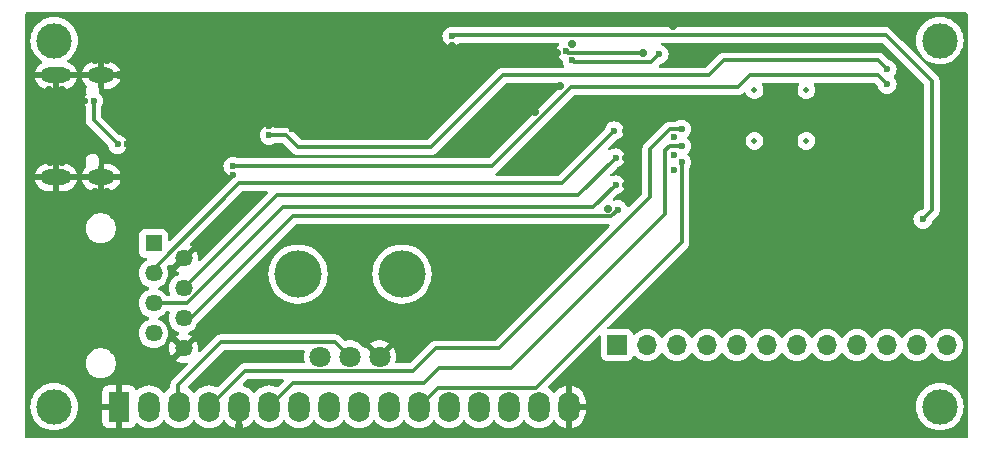
<source format=gbr>
%TF.GenerationSoftware,KiCad,Pcbnew,8.0.4*%
%TF.CreationDate,2024-11-19T10:10:49-07:00*%
%TF.ProjectId,SnakeTank,536e616b-6554-4616-9e6b-2e6b69636164,rev?*%
%TF.SameCoordinates,Original*%
%TF.FileFunction,Copper,L4,Bot*%
%TF.FilePolarity,Positive*%
%FSLAX46Y46*%
G04 Gerber Fmt 4.6, Leading zero omitted, Abs format (unit mm)*
G04 Created by KiCad (PCBNEW 8.0.4) date 2024-11-19 10:10:49*
%MOMM*%
%LPD*%
G01*
G04 APERTURE LIST*
%TA.AperFunction,ComponentPad*%
%ADD10C,0.500000*%
%TD*%
%TA.AperFunction,WasherPad*%
%ADD11C,4.000000*%
%TD*%
%TA.AperFunction,ComponentPad*%
%ADD12C,1.800000*%
%TD*%
%TA.AperFunction,ComponentPad*%
%ADD13R,1.700000X1.700000*%
%TD*%
%TA.AperFunction,ComponentPad*%
%ADD14O,1.700000X1.700000*%
%TD*%
%TA.AperFunction,ComponentPad*%
%ADD15R,1.458000X1.458000*%
%TD*%
%TA.AperFunction,ComponentPad*%
%ADD16C,1.458000*%
%TD*%
%TA.AperFunction,ComponentPad*%
%ADD17O,2.300000X1.300000*%
%TD*%
%TA.AperFunction,ComponentPad*%
%ADD18O,2.600000X1.300000*%
%TD*%
%TA.AperFunction,ComponentPad*%
%ADD19C,3.000000*%
%TD*%
%TA.AperFunction,ComponentPad*%
%ADD20R,1.800000X2.600000*%
%TD*%
%TA.AperFunction,ComponentPad*%
%ADD21O,1.800000X2.600000*%
%TD*%
%TA.AperFunction,ViaPad*%
%ADD22C,0.700000*%
%TD*%
%TA.AperFunction,ViaPad*%
%ADD23C,0.600000*%
%TD*%
%TA.AperFunction,Conductor*%
%ADD24C,0.304800*%
%TD*%
G04 APERTURE END LIST*
D10*
%TO.P,U2,41_10*%
%TO.N,N/C*%
X84620000Y-35514000D03*
%TO.P,U2,41_14*%
X80220000Y-35514000D03*
%TO.P,U2,41_18*%
X80220000Y-31214000D03*
%TO.P,U2,41_19*%
X84620000Y-31214000D03*
%TD*%
D11*
%TO.P,RV1,*%
%TO.N,*%
X41574000Y-46802000D03*
X50374000Y-46802000D03*
D12*
%TO.P,RV1,1,1*%
%TO.N,GND*%
X48474000Y-53802000D03*
%TO.P,RV1,2,2*%
%TO.N,Net-(DS1-VO)*%
X45974000Y-53802000D03*
%TO.P,RV1,3,3*%
%TO.N,+5V*%
X43474000Y-53802000D03*
%TD*%
D13*
%TO.P,J1,1,Pin_1*%
%TO.N,IO3*%
X68580000Y-52807000D03*
D14*
%TO.P,J1,2,Pin_2*%
%TO.N,IO46*%
X71120000Y-52807000D03*
%TO.P,J1,3,Pin_3*%
%TO.N,IO9*%
X73660000Y-52807000D03*
%TO.P,J1,4,Pin_4*%
%TO.N,IO10*%
X76200000Y-52807000D03*
%TO.P,J1,5,Pin_5*%
%TO.N,IO11*%
X78740000Y-52807000D03*
%TO.P,J1,6,Pin_6*%
%TO.N,IO12*%
X81280000Y-52807000D03*
%TO.P,J1,7,Pin_7*%
%TO.N,IO13*%
X83820000Y-52807000D03*
%TO.P,J1,8,Pin_8*%
%TO.N,IO14*%
X86360000Y-52807000D03*
%TO.P,J1,9,Pin_9*%
%TO.N,IO21*%
X88900000Y-52807000D03*
%TO.P,J1,10,Pin_10*%
%TO.N,IO47*%
X91440000Y-52807000D03*
%TO.P,J1,11,Pin_11*%
%TO.N,IO48*%
X93980000Y-52807000D03*
%TO.P,J1,12,Pin_12*%
%TO.N,IO45*%
X96520000Y-52807000D03*
%TD*%
D15*
%TO.P,J3,1*%
%TO.N,+5V*%
X29340000Y-44196000D03*
D16*
%TO.P,J3,2*%
%TO.N,GND*%
X31880000Y-45466000D03*
%TO.P,J3,3*%
%TO.N,DHT11_1_data*%
X29340000Y-46736000D03*
%TO.P,J3,4*%
%TO.N,DHT11_2_data*%
X31880000Y-48006000D03*
%TO.P,J3,5*%
%TO.N,DHT11_3_data*%
X29340000Y-49276000D03*
%TO.P,J3,6*%
%TO.N,DHT11_4_data*%
X31880000Y-50546000D03*
%TO.P,J3,7*%
%TO.N,+5V*%
X29340000Y-51816000D03*
%TO.P,J3,8*%
%TO.N,GND*%
X31880000Y-53086000D03*
%TD*%
D17*
%TO.P,J2,S1,SHIELD*%
%TO.N,GND*%
X24898000Y-29966000D03*
D18*
X21073000Y-29966000D03*
D17*
X24898000Y-38606000D03*
D18*
X21073000Y-38606000D03*
%TD*%
D19*
%TO.P,DS1,*%
%TO.N,*%
X20916900Y-27028800D03*
X20916900Y-58029500D03*
X95915480Y-27028800D03*
X95916000Y-58029500D03*
D20*
%TO.P,DS1,1,VSS*%
%TO.N,GND*%
X26416000Y-58029500D03*
D21*
%TO.P,DS1,2,VDD*%
%TO.N,+5V*%
X28956000Y-58029500D03*
%TO.P,DS1,3,VO*%
%TO.N,Net-(DS1-VO)*%
X31496000Y-58029500D03*
%TO.P,DS1,4,RS*%
%TO.N,LCD_RS*%
X34036000Y-58029500D03*
%TO.P,DS1,5,R/W*%
%TO.N,GND*%
X36576000Y-58029500D03*
%TO.P,DS1,6,E*%
%TO.N,LCD_E*%
X39116000Y-58029500D03*
%TO.P,DS1,7,D0*%
%TO.N,unconnected-(DS1-D0-Pad7)*%
X41656000Y-58029500D03*
%TO.P,DS1,8,D1*%
%TO.N,unconnected-(DS1-D1-Pad8)*%
X44196000Y-58029500D03*
%TO.P,DS1,9,D2*%
%TO.N,unconnected-(DS1-D2-Pad9)*%
X46736000Y-58029500D03*
%TO.P,DS1,10,D3*%
%TO.N,unconnected-(DS1-D3-Pad10)*%
X49276000Y-58029500D03*
%TO.P,DS1,11,D4*%
%TO.N,LCD_D4*%
X51816000Y-58029500D03*
%TO.P,DS1,12,D5*%
%TO.N,LCD_D5*%
X54356000Y-58029500D03*
%TO.P,DS1,13,D6*%
%TO.N,LCD_D6*%
X56896000Y-58029500D03*
%TO.P,DS1,14,D7*%
%TO.N,LCD_D7*%
X59436000Y-58029500D03*
%TO.P,DS1,15,LED(+)*%
%TO.N,+5V*%
X61976000Y-58029500D03*
%TO.P,DS1,16,LED(-)*%
%TO.N,GND*%
X64516000Y-58029500D03*
%TD*%
D22*
%TO.N,GND*%
X67310000Y-55880000D03*
X36576000Y-59619400D03*
X29959886Y-36387849D03*
X26416000Y-29972000D03*
X66040000Y-43180000D03*
X22860000Y-50800000D03*
X57404000Y-43180000D03*
X30861000Y-51816000D03*
X52705000Y-51435000D03*
X81280000Y-40640000D03*
X83820000Y-55880000D03*
X21590000Y-37338000D03*
X63500000Y-38100000D03*
X32764000Y-38350000D03*
X78740000Y-40640000D03*
X65278000Y-34290000D03*
X63500000Y-25400000D03*
X86360000Y-38100000D03*
X78740000Y-35560000D03*
X63500000Y-45720000D03*
X40640000Y-27940000D03*
X22860000Y-48260000D03*
X25400000Y-28702000D03*
X57404000Y-47244000D03*
X41656000Y-43180000D03*
X93980000Y-45720000D03*
X58420000Y-33020000D03*
X56007000Y-28829000D03*
X30351000Y-32254000D03*
X73279000Y-25781000D03*
X38100000Y-33020000D03*
X70104000Y-58420000D03*
X33020000Y-27940000D03*
X47498000Y-28702000D03*
X20320000Y-45720000D03*
X38100000Y-25400000D03*
X20320000Y-50800000D03*
X66040000Y-25400000D03*
X45720000Y-48768000D03*
X37719000Y-56261000D03*
D23*
X39114946Y-34299628D03*
D22*
X27559000Y-36576000D03*
X86360000Y-35560000D03*
D23*
X27051000Y-35814000D03*
D22*
X86360000Y-33020000D03*
X88900000Y-55880000D03*
X93980000Y-55880000D03*
X50292000Y-51435000D03*
X81280000Y-55880000D03*
X64770000Y-27305000D03*
X38100000Y-27940000D03*
X67310000Y-58420000D03*
X78740000Y-38100000D03*
X40640000Y-25400000D03*
X24763000Y-26412000D03*
X96520000Y-38100000D03*
X81280000Y-38100000D03*
X86360000Y-40640000D03*
X76200000Y-58420000D03*
X20447000Y-31242000D03*
X70104000Y-55880000D03*
X30480000Y-27940000D03*
D23*
X73406000Y-35179000D03*
D22*
X88900000Y-35560000D03*
X86360000Y-58420000D03*
X77343000Y-25400000D03*
X20320000Y-48260000D03*
X45720000Y-27940000D03*
X91440000Y-55880000D03*
X76200000Y-55880000D03*
X67809386Y-41246586D03*
X61658500Y-33083500D03*
D23*
X23495000Y-32131000D03*
D22*
X24130000Y-58039000D03*
X58420000Y-27940000D03*
D23*
X41026531Y-34480500D03*
D22*
X57150000Y-34290000D03*
X63475180Y-28097364D03*
X96520000Y-35560000D03*
X96520000Y-30480000D03*
X43180000Y-27940000D03*
X35560000Y-25400000D03*
X54864000Y-43180000D03*
X88900000Y-33020000D03*
X96520000Y-45720000D03*
X96520000Y-48260000D03*
X22860000Y-45720000D03*
X20320000Y-43180000D03*
X91440000Y-58420000D03*
X33147000Y-44323000D03*
X35560000Y-27940000D03*
X63754000Y-30861000D03*
X26287000Y-31238000D03*
X54610000Y-25400000D03*
X59690000Y-50165000D03*
X42164000Y-50800000D03*
X83820000Y-58420000D03*
X63500000Y-35560000D03*
X20574000Y-37338000D03*
X25400000Y-39878000D03*
X96520000Y-33020000D03*
X47752000Y-51435000D03*
X24384000Y-28702000D03*
D23*
X73406000Y-36703000D03*
D22*
X78740000Y-58420000D03*
X96520000Y-40640000D03*
X62230000Y-43180000D03*
X33020000Y-30480000D03*
X96520000Y-43180000D03*
X43180000Y-25400000D03*
X30861000Y-46482000D03*
X69850000Y-32004000D03*
X45720000Y-43180000D03*
X20320000Y-53340000D03*
X54610000Y-27472403D03*
X50469800Y-53822600D03*
D23*
X36068000Y-38407903D03*
D22*
X57404000Y-45212000D03*
X21590000Y-31242000D03*
X45720000Y-45720000D03*
X86360000Y-55880000D03*
X52070000Y-34290000D03*
X45720000Y-25400000D03*
X69323486Y-39224486D03*
X54864000Y-45212000D03*
D23*
X73406000Y-37996172D03*
D22*
X25779000Y-26412000D03*
X26148236Y-37345764D03*
X30734000Y-54229000D03*
X83820000Y-38100000D03*
X33020000Y-25400000D03*
X67310000Y-32004000D03*
X30480000Y-25400000D03*
X61595000Y-48279800D03*
X68580000Y-25400000D03*
X24384000Y-39878000D03*
X69342000Y-36957000D03*
X90678000Y-25400000D03*
X69342000Y-34671000D03*
D23*
X36576000Y-36449000D03*
D22*
X57785000Y-51435000D03*
X50292000Y-43180000D03*
X50800000Y-26543000D03*
X22860000Y-53340000D03*
X78740000Y-33020000D03*
X88900000Y-38100000D03*
X30480000Y-30480000D03*
X78740000Y-55880000D03*
X35179000Y-54229000D03*
X88900000Y-58420000D03*
X22860000Y-43180000D03*
X83820000Y-40640000D03*
X55245000Y-51435000D03*
X88900000Y-40640000D03*
X81280000Y-58420000D03*
D23*
%TO.N,/CHIP_PU*%
X72136000Y-28194000D03*
X64770000Y-28702000D03*
%TO.N,/GPIO_0*%
X94488000Y-42164000D03*
X54610000Y-26670000D03*
%TO.N,LCD_E*%
X74041000Y-35941000D03*
%TO.N,LCD_RS*%
X74041000Y-34544000D03*
%TO.N,Net-(FB1-Pad2)*%
X24257083Y-32131832D03*
X26289000Y-35814000D03*
%TO.N,LCD_D4*%
X74041000Y-37338000D03*
D22*
%TO.N,ESP_3V3*%
X70739000Y-28067000D03*
D23*
X64262000Y-27940000D03*
%TO.N,/FTDI_UART_RX*%
X91440000Y-29464000D03*
X39121698Y-35052000D03*
%TO.N,DHT11_3_data*%
X68453000Y-39243000D03*
%TO.N,DHT11_2_data*%
X68453000Y-36957000D03*
%TO.N,DHT11_1_data*%
X68344880Y-34671000D03*
%TO.N,DHT11_4_data*%
X68643000Y-41339000D03*
%TO.N,/FDTI_UART_TX*%
X91440000Y-30734000D03*
X36068000Y-37655500D03*
%TD*%
D24*
%TO.N,/CHIP_PU*%
X71483600Y-28846400D02*
X72136000Y-28194000D01*
X64914400Y-28846400D02*
X71483600Y-28846400D01*
X64770000Y-28702000D02*
X64914400Y-28846400D01*
%TO.N,/GPIO_0*%
X91313000Y-26543000D02*
X54737000Y-26543000D01*
X95250000Y-41402000D02*
X95250000Y-30480000D01*
X54737000Y-26543000D02*
X54610000Y-26670000D01*
X94488000Y-42164000D02*
X95250000Y-41402000D01*
X95250000Y-30480000D02*
X91313000Y-26543000D01*
%TO.N,Net-(DS1-VO)*%
X44721600Y-52549600D02*
X45974000Y-53802000D01*
X35080400Y-52549600D02*
X44721600Y-52549600D01*
X31407100Y-56222900D02*
X35080400Y-52549600D01*
X31407100Y-57924700D02*
X31407100Y-56222900D01*
%TO.N,LCD_E*%
X74041000Y-35941000D02*
X73025000Y-35941000D01*
X41138500Y-56007000D02*
X39116000Y-58029500D01*
X72644000Y-36322000D02*
X72644000Y-41719500D01*
X53467000Y-54737000D02*
X52197000Y-56007000D01*
X52197000Y-56007000D02*
X41138500Y-56007000D01*
X72644000Y-41719500D02*
X59626500Y-54737000D01*
X59626500Y-54737000D02*
X53467000Y-54737000D01*
X73025000Y-35941000D02*
X72644000Y-36322000D01*
%TO.N,LCD_RS*%
X73025000Y-34544000D02*
X71374000Y-36195000D01*
X37058700Y-55006800D02*
X34036000Y-58029500D01*
X58547000Y-53086000D02*
X53213000Y-53086000D01*
X71374000Y-36195000D02*
X71374000Y-40259000D01*
X74041000Y-34544000D02*
X73025000Y-34544000D01*
X51292200Y-55006800D02*
X37058700Y-55006800D01*
X71374000Y-40259000D02*
X58547000Y-53086000D01*
X53213000Y-53086000D02*
X51292200Y-55006800D01*
%TO.N,Net-(FB1-Pad2)*%
X24257083Y-32131832D02*
X24257083Y-33782083D01*
X24257083Y-33782083D02*
X26289000Y-35814000D01*
%TO.N,LCD_D4*%
X53420800Y-56424700D02*
X51816000Y-58029500D01*
X74041000Y-37338000D02*
X74041000Y-44069000D01*
X74041000Y-44069000D02*
X61685300Y-56424700D01*
X61685300Y-56424700D02*
X53420800Y-56424700D01*
%TO.N,ESP_3V3*%
X64389000Y-28067000D02*
X70739000Y-28067000D01*
X64262000Y-27940000D02*
X64389000Y-28067000D01*
%TO.N,/FTDI_UART_RX*%
X76327000Y-29972000D02*
X77597000Y-28702000D01*
X77597000Y-28702000D02*
X90678000Y-28702000D01*
X58928000Y-29972000D02*
X76327000Y-29972000D01*
X40534800Y-35052000D02*
X41550800Y-36068000D01*
X90678000Y-28702000D02*
X91440000Y-29464000D01*
X52832000Y-36068000D02*
X58928000Y-29972000D01*
X39121698Y-35052000D02*
X40534800Y-35052000D01*
X41550800Y-36068000D02*
X52832000Y-36068000D01*
%TO.N,DHT11_3_data*%
X40267331Y-41148000D02*
X32139331Y-49276000D01*
X68453000Y-39243000D02*
X66548000Y-41148000D01*
X32139331Y-49276000D02*
X29340000Y-49276000D01*
X66548000Y-41148000D02*
X40267331Y-41148000D01*
%TO.N,DHT11_2_data*%
X65278000Y-40132000D02*
X39754000Y-40132000D01*
X39754000Y-40132000D02*
X31880000Y-48006000D01*
X68453000Y-36957000D02*
X65278000Y-40132000D01*
%TO.N,DHT11_1_data*%
X29340000Y-46352000D02*
X29340000Y-46736000D01*
X36576000Y-39116000D02*
X29340000Y-46352000D01*
X63899880Y-39116000D02*
X36576000Y-39116000D01*
X68344880Y-34671000D02*
X63899880Y-39116000D01*
%TO.N,DHT11_4_data*%
X41148000Y-41910000D02*
X32512000Y-50546000D01*
X68072000Y-41910000D02*
X41148000Y-41910000D01*
X32512000Y-50546000D02*
X31880000Y-50546000D01*
X68643000Y-41339000D02*
X68072000Y-41910000D01*
%TO.N,/FDTI_UART_TX*%
X90658200Y-29952200D02*
X91440000Y-30734000D01*
X58012528Y-37655500D02*
X64680028Y-30988000D01*
X64680028Y-30988000D02*
X78829972Y-30988000D01*
X36068000Y-37655500D02*
X58012528Y-37655500D01*
X78829972Y-30988000D02*
X79865772Y-29952200D01*
X79865772Y-29952200D02*
X90658200Y-29952200D01*
%TD*%
%TA.AperFunction,Conductor*%
%TO.N,GND*%
G36*
X40330137Y-55679385D02*
G01*
X40375892Y-55732189D01*
X40385836Y-55801347D01*
X40356811Y-55864903D01*
X40350779Y-55871381D01*
X39874278Y-56347880D01*
X39812955Y-56381365D01*
X39743263Y-56376381D01*
X39730302Y-56370683D01*
X39653616Y-56331609D01*
X39653603Y-56331603D01*
X39443952Y-56263485D01*
X39315719Y-56243175D01*
X39226222Y-56229000D01*
X39005778Y-56229000D01*
X38933201Y-56240495D01*
X38788047Y-56263485D01*
X38578396Y-56331603D01*
X38578393Y-56331604D01*
X38381974Y-56431687D01*
X38203641Y-56561252D01*
X38203636Y-56561256D01*
X38047756Y-56717136D01*
X37946008Y-56857181D01*
X37890678Y-56899846D01*
X37821065Y-56905825D01*
X37759270Y-56873219D01*
X37745372Y-56857180D01*
X37643862Y-56717464D01*
X37643857Y-56717458D01*
X37488041Y-56561642D01*
X37309760Y-56432113D01*
X37113410Y-56332067D01*
X36961202Y-56282612D01*
X36903526Y-56243175D01*
X36876328Y-56178816D01*
X36888243Y-56109970D01*
X36911836Y-56077003D01*
X37292821Y-55696019D01*
X37354144Y-55662534D01*
X37380502Y-55659700D01*
X40263098Y-55659700D01*
X40330137Y-55679385D01*
G37*
%TD.AperFunction*%
%TA.AperFunction,Conductor*%
G36*
X42088830Y-53222185D02*
G01*
X42134585Y-53274989D01*
X42144529Y-53344147D01*
X42141996Y-53356941D01*
X42087868Y-53570682D01*
X42087864Y-53570702D01*
X42068700Y-53801993D01*
X42068700Y-53802006D01*
X42087864Y-54033297D01*
X42087866Y-54033308D01*
X42129942Y-54199460D01*
X42127317Y-54269280D01*
X42087361Y-54326598D01*
X42022759Y-54353214D01*
X42009736Y-54353900D01*
X36994393Y-54353900D01*
X36868261Y-54378989D01*
X36868255Y-54378991D01*
X36749437Y-54428207D01*
X36642497Y-54499661D01*
X34794278Y-56347880D01*
X34732955Y-56381365D01*
X34663263Y-56376381D01*
X34650302Y-56370683D01*
X34573616Y-56331609D01*
X34573603Y-56331603D01*
X34363952Y-56263485D01*
X34235719Y-56243175D01*
X34146222Y-56229000D01*
X33925778Y-56229000D01*
X33853201Y-56240495D01*
X33708047Y-56263485D01*
X33498396Y-56331603D01*
X33498393Y-56331604D01*
X33301974Y-56431687D01*
X33123641Y-56561252D01*
X33123636Y-56561256D01*
X32967756Y-56717136D01*
X32967752Y-56717141D01*
X32866318Y-56856754D01*
X32810988Y-56899420D01*
X32741375Y-56905399D01*
X32679580Y-56872793D01*
X32665682Y-56856754D01*
X32564247Y-56717141D01*
X32564243Y-56717136D01*
X32408363Y-56561256D01*
X32408358Y-56561252D01*
X32284714Y-56471420D01*
X32242048Y-56416091D01*
X32236069Y-56346477D01*
X32268674Y-56284682D01*
X32269844Y-56283495D01*
X35314521Y-53238819D01*
X35375844Y-53205334D01*
X35402202Y-53202500D01*
X42021791Y-53202500D01*
X42088830Y-53222185D01*
G37*
%TD.AperFunction*%
%TA.AperFunction,Conductor*%
G36*
X67914435Y-42582585D02*
G01*
X67960190Y-42635389D01*
X67970134Y-42704547D01*
X67941109Y-42768103D01*
X67935077Y-42774581D01*
X58312878Y-52396781D01*
X58251555Y-52430266D01*
X58225197Y-52433100D01*
X53148693Y-52433100D01*
X53022561Y-52458189D01*
X53022555Y-52458191D01*
X52903737Y-52507407D01*
X52796797Y-52578861D01*
X52796796Y-52578862D01*
X51058078Y-54317581D01*
X50996755Y-54351066D01*
X50970397Y-54353900D01*
X49937747Y-54353900D01*
X49870708Y-54334215D01*
X49824953Y-54281411D01*
X49815009Y-54212253D01*
X49817541Y-54199460D01*
X49859638Y-54033218D01*
X49878798Y-53802005D01*
X49878798Y-53801994D01*
X49859638Y-53570781D01*
X49802682Y-53345864D01*
X49709484Y-53133393D01*
X49625186Y-53004365D01*
X48956962Y-53672589D01*
X48939925Y-53609007D01*
X48874099Y-53494993D01*
X48781007Y-53401901D01*
X48666993Y-53336075D01*
X48603409Y-53319037D01*
X49272797Y-52649647D01*
X49272797Y-52649645D01*
X49242360Y-52625955D01*
X49242354Y-52625951D01*
X49038302Y-52515523D01*
X49038293Y-52515520D01*
X48818860Y-52440188D01*
X48590007Y-52402000D01*
X48357993Y-52402000D01*
X48129139Y-52440188D01*
X47909706Y-52515520D01*
X47909697Y-52515523D01*
X47705650Y-52625949D01*
X47675200Y-52649647D01*
X48344591Y-53319037D01*
X48281007Y-53336075D01*
X48166993Y-53401901D01*
X48073901Y-53494993D01*
X48008075Y-53609007D01*
X47991037Y-53672591D01*
X47322811Y-53004365D01*
X47318029Y-53004861D01*
X47274959Y-53041618D01*
X47205728Y-53051041D01*
X47142392Y-53021538D01*
X47120489Y-52996260D01*
X47082983Y-52938852D01*
X47082980Y-52938849D01*
X47082979Y-52938847D01*
X46925784Y-52768087D01*
X46925779Y-52768083D01*
X46925777Y-52768081D01*
X46742634Y-52625535D01*
X46742628Y-52625531D01*
X46538504Y-52515064D01*
X46538495Y-52515061D01*
X46318984Y-52439702D01*
X46134904Y-52408985D01*
X46090049Y-52401500D01*
X45857951Y-52401500D01*
X45825246Y-52406957D01*
X45629013Y-52439702D01*
X45624045Y-52440961D01*
X45623545Y-52438987D01*
X45562428Y-52441725D01*
X45504325Y-52408985D01*
X45137805Y-52042463D01*
X45137804Y-52042462D01*
X45137800Y-52042459D01*
X45030864Y-51971008D01*
X45030859Y-51971006D01*
X44912044Y-51921791D01*
X44912040Y-51921790D01*
X44908467Y-51921079D01*
X44904893Y-51920368D01*
X44904890Y-51920367D01*
X44904890Y-51920368D01*
X44785907Y-51896700D01*
X44785905Y-51896700D01*
X35016095Y-51896700D01*
X35016093Y-51896700D01*
X34889961Y-51921789D01*
X34889955Y-51921791D01*
X34856621Y-51935599D01*
X34856620Y-51935599D01*
X34771138Y-51971006D01*
X34664198Y-52042460D01*
X33305990Y-53400668D01*
X33244667Y-53434153D01*
X33174975Y-53429169D01*
X33119042Y-53387297D01*
X33094625Y-53321833D01*
X33094781Y-53302179D01*
X33113695Y-53086000D01*
X33113695Y-53085999D01*
X33094952Y-52871775D01*
X33094950Y-52871765D01*
X33039296Y-52664058D01*
X33039292Y-52664049D01*
X32948412Y-52469155D01*
X32908045Y-52411505D01*
X32342550Y-52977001D01*
X32322630Y-52902657D01*
X32260095Y-52794343D01*
X32171657Y-52705905D01*
X32063343Y-52643370D01*
X31988997Y-52623449D01*
X32554493Y-52057953D01*
X32554492Y-52057952D01*
X32496848Y-52017589D01*
X32496846Y-52017588D01*
X32306133Y-51928657D01*
X32253694Y-51882485D01*
X32234542Y-51815291D01*
X32254758Y-51748410D01*
X32306131Y-51703894D01*
X32497098Y-51614845D01*
X32673326Y-51491449D01*
X32825449Y-51339326D01*
X32948845Y-51163098D01*
X33039765Y-50968120D01*
X33040880Y-50963956D01*
X33072973Y-50908366D01*
X37179345Y-46801994D01*
X39068556Y-46801994D01*
X39068556Y-46802005D01*
X39088310Y-47116004D01*
X39088311Y-47116011D01*
X39147270Y-47425083D01*
X39244497Y-47724316D01*
X39244499Y-47724321D01*
X39378461Y-48009003D01*
X39378464Y-48009009D01*
X39547051Y-48274661D01*
X39547054Y-48274665D01*
X39747606Y-48517090D01*
X39747608Y-48517092D01*
X39747610Y-48517094D01*
X39898615Y-48658897D01*
X39976968Y-48732476D01*
X39976978Y-48732484D01*
X40231504Y-48917408D01*
X40231509Y-48917410D01*
X40231516Y-48917416D01*
X40507234Y-49068994D01*
X40507239Y-49068996D01*
X40507241Y-49068997D01*
X40507242Y-49068998D01*
X40799771Y-49184818D01*
X40799774Y-49184819D01*
X41104523Y-49263065D01*
X41104527Y-49263066D01*
X41170010Y-49271338D01*
X41416670Y-49302499D01*
X41416679Y-49302499D01*
X41416682Y-49302500D01*
X41416684Y-49302500D01*
X41731316Y-49302500D01*
X41731318Y-49302500D01*
X41731321Y-49302499D01*
X41731329Y-49302499D01*
X41941089Y-49276000D01*
X42043473Y-49263066D01*
X42348225Y-49184819D01*
X42348228Y-49184818D01*
X42640757Y-49068998D01*
X42640758Y-49068997D01*
X42640756Y-49068997D01*
X42640766Y-49068994D01*
X42916484Y-48917416D01*
X43171030Y-48732478D01*
X43400390Y-48517094D01*
X43600947Y-48274663D01*
X43769537Y-48009007D01*
X43903503Y-47724315D01*
X44000731Y-47425079D01*
X44059688Y-47116015D01*
X44059689Y-47116004D01*
X44079444Y-46802005D01*
X44079444Y-46801994D01*
X47868556Y-46801994D01*
X47868556Y-46802005D01*
X47888310Y-47116004D01*
X47888311Y-47116011D01*
X47947270Y-47425083D01*
X48044497Y-47724316D01*
X48044499Y-47724321D01*
X48178461Y-48009003D01*
X48178464Y-48009009D01*
X48347051Y-48274661D01*
X48347054Y-48274665D01*
X48547606Y-48517090D01*
X48547608Y-48517092D01*
X48547610Y-48517094D01*
X48698615Y-48658897D01*
X48776968Y-48732476D01*
X48776978Y-48732484D01*
X49031504Y-48917408D01*
X49031509Y-48917410D01*
X49031516Y-48917416D01*
X49307234Y-49068994D01*
X49307239Y-49068996D01*
X49307241Y-49068997D01*
X49307242Y-49068998D01*
X49599771Y-49184818D01*
X49599774Y-49184819D01*
X49904523Y-49263065D01*
X49904527Y-49263066D01*
X49970010Y-49271338D01*
X50216670Y-49302499D01*
X50216679Y-49302499D01*
X50216682Y-49302500D01*
X50216684Y-49302500D01*
X50531316Y-49302500D01*
X50531318Y-49302500D01*
X50531321Y-49302499D01*
X50531329Y-49302499D01*
X50741089Y-49276000D01*
X50843473Y-49263066D01*
X51148225Y-49184819D01*
X51148228Y-49184818D01*
X51440757Y-49068998D01*
X51440758Y-49068997D01*
X51440756Y-49068997D01*
X51440766Y-49068994D01*
X51716484Y-48917416D01*
X51971030Y-48732478D01*
X52200390Y-48517094D01*
X52400947Y-48274663D01*
X52569537Y-48009007D01*
X52703503Y-47724315D01*
X52800731Y-47425079D01*
X52859688Y-47116015D01*
X52859689Y-47116004D01*
X52879444Y-46802005D01*
X52879444Y-46801994D01*
X52859689Y-46487995D01*
X52859688Y-46487988D01*
X52859688Y-46487985D01*
X52800731Y-46178921D01*
X52703503Y-45879685D01*
X52569537Y-45594993D01*
X52461973Y-45425499D01*
X52400948Y-45329338D01*
X52400945Y-45329334D01*
X52200393Y-45086909D01*
X52200391Y-45086907D01*
X52142436Y-45032483D01*
X51971030Y-44871522D01*
X51971027Y-44871520D01*
X51971021Y-44871515D01*
X51716495Y-44686591D01*
X51716488Y-44686586D01*
X51716484Y-44686584D01*
X51440766Y-44535006D01*
X51440763Y-44535004D01*
X51440758Y-44535002D01*
X51440757Y-44535001D01*
X51148228Y-44419181D01*
X51148225Y-44419180D01*
X50843476Y-44340934D01*
X50843463Y-44340932D01*
X50531329Y-44301500D01*
X50531318Y-44301500D01*
X50216682Y-44301500D01*
X50216670Y-44301500D01*
X49904536Y-44340932D01*
X49904523Y-44340934D01*
X49599774Y-44419180D01*
X49599771Y-44419181D01*
X49307242Y-44535001D01*
X49307241Y-44535002D01*
X49031516Y-44686584D01*
X49031504Y-44686591D01*
X48776978Y-44871515D01*
X48776968Y-44871523D01*
X48547608Y-45086907D01*
X48547606Y-45086909D01*
X48347054Y-45329334D01*
X48347051Y-45329338D01*
X48178464Y-45594990D01*
X48178461Y-45594996D01*
X48044499Y-45879678D01*
X48044497Y-45879683D01*
X47947270Y-46178916D01*
X47888311Y-46487988D01*
X47888310Y-46487995D01*
X47868556Y-46801994D01*
X44079444Y-46801994D01*
X44059689Y-46487995D01*
X44059688Y-46487988D01*
X44059688Y-46487985D01*
X44000731Y-46178921D01*
X43903503Y-45879685D01*
X43769537Y-45594993D01*
X43661973Y-45425499D01*
X43600948Y-45329338D01*
X43600945Y-45329334D01*
X43400393Y-45086909D01*
X43400391Y-45086907D01*
X43342436Y-45032483D01*
X43171030Y-44871522D01*
X43171027Y-44871520D01*
X43171021Y-44871515D01*
X42916495Y-44686591D01*
X42916488Y-44686586D01*
X42916484Y-44686584D01*
X42640766Y-44535006D01*
X42640763Y-44535004D01*
X42640758Y-44535002D01*
X42640757Y-44535001D01*
X42348228Y-44419181D01*
X42348225Y-44419180D01*
X42043476Y-44340934D01*
X42043463Y-44340932D01*
X41731329Y-44301500D01*
X41731318Y-44301500D01*
X41416682Y-44301500D01*
X41416670Y-44301500D01*
X41104536Y-44340932D01*
X41104523Y-44340934D01*
X40799774Y-44419180D01*
X40799771Y-44419181D01*
X40507242Y-44535001D01*
X40507241Y-44535002D01*
X40231516Y-44686584D01*
X40231504Y-44686591D01*
X39976978Y-44871515D01*
X39976968Y-44871523D01*
X39747608Y-45086907D01*
X39747606Y-45086909D01*
X39547054Y-45329334D01*
X39547051Y-45329338D01*
X39378464Y-45594990D01*
X39378461Y-45594996D01*
X39244499Y-45879678D01*
X39244497Y-45879683D01*
X39147270Y-46178916D01*
X39088311Y-46487988D01*
X39088310Y-46487995D01*
X39068556Y-46801994D01*
X37179345Y-46801994D01*
X41382121Y-42599219D01*
X41443444Y-42565734D01*
X41469802Y-42562900D01*
X67847396Y-42562900D01*
X67914435Y-42582585D01*
G37*
%TD.AperFunction*%
%TA.AperFunction,Conductor*%
G36*
X31437370Y-45649343D02*
G01*
X31499905Y-45757657D01*
X31588343Y-45846095D01*
X31696657Y-45908630D01*
X31771002Y-45928550D01*
X31205505Y-46494046D01*
X31263153Y-46534411D01*
X31453866Y-46623342D01*
X31506305Y-46669514D01*
X31525457Y-46736708D01*
X31505241Y-46803589D01*
X31453866Y-46848106D01*
X31262902Y-46937155D01*
X31262897Y-46937157D01*
X31086672Y-47060551D01*
X30934551Y-47212672D01*
X30811157Y-47388897D01*
X30811155Y-47388901D01*
X30720236Y-47583878D01*
X30720232Y-47583887D01*
X30664555Y-47791678D01*
X30664553Y-47791689D01*
X30645804Y-48005998D01*
X30645804Y-48006001D01*
X30664553Y-48220310D01*
X30664555Y-48220321D01*
X30720232Y-48428112D01*
X30720235Y-48428121D01*
X30728897Y-48446695D01*
X30739389Y-48515772D01*
X30710870Y-48579556D01*
X30652393Y-48617796D01*
X30616515Y-48623100D01*
X30448326Y-48623100D01*
X30381287Y-48603415D01*
X30346751Y-48570223D01*
X30285447Y-48482671D01*
X30133327Y-48330551D01*
X29957102Y-48207157D01*
X29957098Y-48207155D01*
X29766721Y-48118380D01*
X29714284Y-48072210D01*
X29695132Y-48005016D01*
X29715348Y-47938135D01*
X29766721Y-47893619D01*
X29957098Y-47804845D01*
X30133326Y-47681449D01*
X30285449Y-47529326D01*
X30408845Y-47353098D01*
X30499765Y-47158120D01*
X30555446Y-46950316D01*
X30574196Y-46736000D01*
X30555446Y-46521684D01*
X30499765Y-46313880D01*
X30499762Y-46313873D01*
X30473395Y-46257328D01*
X30462903Y-46188251D01*
X30491423Y-46124467D01*
X30498070Y-46117269D01*
X30597614Y-46017725D01*
X30658931Y-45984244D01*
X30728623Y-45989228D01*
X30784557Y-46031099D01*
X30797671Y-46053003D01*
X30811586Y-46082844D01*
X30811587Y-46082845D01*
X30851952Y-46140492D01*
X30851952Y-46140493D01*
X31417449Y-45574996D01*
X31437370Y-45649343D01*
G37*
%TD.AperFunction*%
%TA.AperFunction,Conductor*%
G36*
X38961437Y-39788585D02*
G01*
X39007192Y-39841389D01*
X39017136Y-39910547D01*
X38988111Y-39974103D01*
X38982079Y-39980581D01*
X33317879Y-45644777D01*
X33256556Y-45678262D01*
X33186864Y-45673278D01*
X33130931Y-45631406D01*
X33106514Y-45565942D01*
X33106670Y-45546288D01*
X33113695Y-45466000D01*
X33113695Y-45465999D01*
X33094952Y-45251775D01*
X33094950Y-45251765D01*
X33039296Y-45044058D01*
X33039292Y-45044049D01*
X32948412Y-44849155D01*
X32908045Y-44791505D01*
X32342550Y-45357001D01*
X32322630Y-45282657D01*
X32260095Y-45174343D01*
X32171657Y-45085905D01*
X32063343Y-45023370D01*
X31988997Y-45003449D01*
X32554493Y-44437953D01*
X32554492Y-44437952D01*
X32496845Y-44397587D01*
X32496844Y-44397586D01*
X32467003Y-44383671D01*
X32414565Y-44337498D01*
X32395414Y-44270304D01*
X32415631Y-44203423D01*
X32431720Y-44183619D01*
X36810121Y-39805219D01*
X36871444Y-39771734D01*
X36897802Y-39768900D01*
X38894398Y-39768900D01*
X38961437Y-39788585D01*
G37*
%TD.AperFunction*%
%TA.AperFunction,Conductor*%
G36*
X98208539Y-24650185D02*
G01*
X98254294Y-24702989D01*
X98265500Y-24754500D01*
X98265500Y-60589500D01*
X98245815Y-60656539D01*
X98193011Y-60702294D01*
X98141500Y-60713500D01*
X18618500Y-60713500D01*
X18551461Y-60693815D01*
X18505706Y-60641011D01*
X18494500Y-60589500D01*
X18494500Y-58029498D01*
X18911290Y-58029498D01*
X18911290Y-58029501D01*
X18931704Y-58314933D01*
X18992528Y-58594537D01*
X18992530Y-58594543D01*
X18992531Y-58594546D01*
X19053292Y-58757451D01*
X19092535Y-58862666D01*
X19229670Y-59113809D01*
X19229675Y-59113817D01*
X19401154Y-59342887D01*
X19401170Y-59342905D01*
X19603494Y-59545229D01*
X19603512Y-59545245D01*
X19832582Y-59716724D01*
X19832590Y-59716729D01*
X20083733Y-59853864D01*
X20083732Y-59853864D01*
X20083736Y-59853865D01*
X20083739Y-59853867D01*
X20351854Y-59953869D01*
X20351860Y-59953870D01*
X20351862Y-59953871D01*
X20631466Y-60014695D01*
X20631468Y-60014695D01*
X20631472Y-60014696D01*
X20885120Y-60032837D01*
X20916899Y-60035110D01*
X20916900Y-60035110D01*
X20916901Y-60035110D01*
X20945495Y-60033064D01*
X21202328Y-60014696D01*
X21481946Y-59953869D01*
X21750061Y-59853867D01*
X22001215Y-59716726D01*
X22230295Y-59545239D01*
X22432639Y-59342895D01*
X22604126Y-59113815D01*
X22741267Y-58862661D01*
X22841269Y-58594546D01*
X22902096Y-58314928D01*
X22922510Y-58029500D01*
X22902096Y-57744072D01*
X22860387Y-57552340D01*
X22841271Y-57464462D01*
X22841270Y-57464460D01*
X22841269Y-57464454D01*
X22741267Y-57196339D01*
X22684235Y-57091894D01*
X22604129Y-56945190D01*
X22604124Y-56945182D01*
X22432645Y-56716112D01*
X22432629Y-56716094D01*
X22398190Y-56681655D01*
X25016000Y-56681655D01*
X25016000Y-57779500D01*
X25867518Y-57779500D01*
X25856889Y-57797909D01*
X25816000Y-57950509D01*
X25816000Y-58108491D01*
X25856889Y-58261091D01*
X25867518Y-58279500D01*
X25016000Y-58279500D01*
X25016000Y-59377344D01*
X25022401Y-59436872D01*
X25022403Y-59436879D01*
X25072645Y-59571586D01*
X25072649Y-59571593D01*
X25158809Y-59686687D01*
X25158812Y-59686690D01*
X25273906Y-59772850D01*
X25273913Y-59772854D01*
X25408620Y-59823096D01*
X25408627Y-59823098D01*
X25468155Y-59829499D01*
X25468172Y-59829500D01*
X26166000Y-59829500D01*
X26166000Y-58577982D01*
X26184409Y-58588611D01*
X26337009Y-58629500D01*
X26494991Y-58629500D01*
X26647591Y-58588611D01*
X26666000Y-58577982D01*
X26666000Y-59829500D01*
X27363828Y-59829500D01*
X27363844Y-59829499D01*
X27423372Y-59823098D01*
X27423379Y-59823096D01*
X27558086Y-59772854D01*
X27558093Y-59772850D01*
X27673187Y-59686690D01*
X27673190Y-59686687D01*
X27759350Y-59571593D01*
X27759354Y-59571586D01*
X27789213Y-59491531D01*
X27831084Y-59435597D01*
X27896548Y-59411180D01*
X27964821Y-59426031D01*
X27993076Y-59447183D01*
X28043636Y-59497743D01*
X28043641Y-59497747D01*
X28199192Y-59610760D01*
X28221978Y-59627315D01*
X28338501Y-59686687D01*
X28418393Y-59727395D01*
X28418396Y-59727396D01*
X28523221Y-59761455D01*
X28628049Y-59795515D01*
X28845778Y-59830000D01*
X28845779Y-59830000D01*
X29066221Y-59830000D01*
X29066222Y-59830000D01*
X29283951Y-59795515D01*
X29493606Y-59727395D01*
X29690022Y-59627315D01*
X29868365Y-59497742D01*
X30024242Y-59341865D01*
X30034804Y-59327326D01*
X30125682Y-59202245D01*
X30181011Y-59159579D01*
X30250625Y-59153600D01*
X30312420Y-59186205D01*
X30326318Y-59202245D01*
X30427752Y-59341858D01*
X30427756Y-59341863D01*
X30583636Y-59497743D01*
X30583641Y-59497747D01*
X30739192Y-59610760D01*
X30761978Y-59627315D01*
X30878501Y-59686687D01*
X30958393Y-59727395D01*
X30958396Y-59727396D01*
X31063221Y-59761455D01*
X31168049Y-59795515D01*
X31385778Y-59830000D01*
X31385779Y-59830000D01*
X31606221Y-59830000D01*
X31606222Y-59830000D01*
X31823951Y-59795515D01*
X32033606Y-59727395D01*
X32230022Y-59627315D01*
X32408365Y-59497742D01*
X32564242Y-59341865D01*
X32574804Y-59327326D01*
X32665682Y-59202245D01*
X32721011Y-59159579D01*
X32790625Y-59153600D01*
X32852420Y-59186205D01*
X32866318Y-59202245D01*
X32967752Y-59341858D01*
X32967756Y-59341863D01*
X33123636Y-59497743D01*
X33123641Y-59497747D01*
X33279192Y-59610760D01*
X33301978Y-59627315D01*
X33418501Y-59686687D01*
X33498393Y-59727395D01*
X33498396Y-59727396D01*
X33603221Y-59761455D01*
X33708049Y-59795515D01*
X33925778Y-59830000D01*
X33925779Y-59830000D01*
X34146221Y-59830000D01*
X34146222Y-59830000D01*
X34363951Y-59795515D01*
X34573606Y-59727395D01*
X34770022Y-59627315D01*
X34948365Y-59497742D01*
X35104242Y-59341865D01*
X35205991Y-59201817D01*
X35261320Y-59159153D01*
X35330933Y-59153174D01*
X35392729Y-59185779D01*
X35406627Y-59201818D01*
X35508142Y-59341541D01*
X35663958Y-59497357D01*
X35842239Y-59626886D01*
X36038589Y-59726932D01*
X36248163Y-59795026D01*
X36325999Y-59807354D01*
X36326000Y-59807354D01*
X36326000Y-58577982D01*
X36344409Y-58588611D01*
X36497009Y-58629500D01*
X36654991Y-58629500D01*
X36807591Y-58588611D01*
X36826000Y-58577982D01*
X36826000Y-59807354D01*
X36903834Y-59795026D01*
X36903837Y-59795026D01*
X37113410Y-59726932D01*
X37309760Y-59626886D01*
X37488041Y-59497357D01*
X37643857Y-59341541D01*
X37643862Y-59341535D01*
X37745372Y-59201819D01*
X37800702Y-59159153D01*
X37870315Y-59153174D01*
X37932110Y-59185779D01*
X37946008Y-59201819D01*
X38047752Y-59341858D01*
X38047756Y-59341863D01*
X38203636Y-59497743D01*
X38203641Y-59497747D01*
X38359192Y-59610760D01*
X38381978Y-59627315D01*
X38498501Y-59686687D01*
X38578393Y-59727395D01*
X38578396Y-59727396D01*
X38683221Y-59761455D01*
X38788049Y-59795515D01*
X39005778Y-59830000D01*
X39005779Y-59830000D01*
X39226221Y-59830000D01*
X39226222Y-59830000D01*
X39443951Y-59795515D01*
X39653606Y-59727395D01*
X39850022Y-59627315D01*
X40028365Y-59497742D01*
X40184242Y-59341865D01*
X40194804Y-59327326D01*
X40285682Y-59202245D01*
X40341011Y-59159579D01*
X40410625Y-59153600D01*
X40472420Y-59186205D01*
X40486318Y-59202245D01*
X40587752Y-59341858D01*
X40587756Y-59341863D01*
X40743636Y-59497743D01*
X40743641Y-59497747D01*
X40899192Y-59610760D01*
X40921978Y-59627315D01*
X41038501Y-59686687D01*
X41118393Y-59727395D01*
X41118396Y-59727396D01*
X41223221Y-59761455D01*
X41328049Y-59795515D01*
X41545778Y-59830000D01*
X41545779Y-59830000D01*
X41766221Y-59830000D01*
X41766222Y-59830000D01*
X41983951Y-59795515D01*
X42193606Y-59727395D01*
X42390022Y-59627315D01*
X42568365Y-59497742D01*
X42724242Y-59341865D01*
X42734804Y-59327326D01*
X42825682Y-59202245D01*
X42881011Y-59159579D01*
X42950625Y-59153600D01*
X43012420Y-59186205D01*
X43026318Y-59202245D01*
X43127752Y-59341858D01*
X43127756Y-59341863D01*
X43283636Y-59497743D01*
X43283641Y-59497747D01*
X43439192Y-59610760D01*
X43461978Y-59627315D01*
X43578501Y-59686687D01*
X43658393Y-59727395D01*
X43658396Y-59727396D01*
X43763221Y-59761455D01*
X43868049Y-59795515D01*
X44085778Y-59830000D01*
X44085779Y-59830000D01*
X44306221Y-59830000D01*
X44306222Y-59830000D01*
X44523951Y-59795515D01*
X44733606Y-59727395D01*
X44930022Y-59627315D01*
X45108365Y-59497742D01*
X45264242Y-59341865D01*
X45274804Y-59327326D01*
X45365682Y-59202245D01*
X45421011Y-59159579D01*
X45490625Y-59153600D01*
X45552420Y-59186205D01*
X45566318Y-59202245D01*
X45667752Y-59341858D01*
X45667756Y-59341863D01*
X45823636Y-59497743D01*
X45823641Y-59497747D01*
X45979192Y-59610760D01*
X46001978Y-59627315D01*
X46118501Y-59686687D01*
X46198393Y-59727395D01*
X46198396Y-59727396D01*
X46303221Y-59761455D01*
X46408049Y-59795515D01*
X46625778Y-59830000D01*
X46625779Y-59830000D01*
X46846221Y-59830000D01*
X46846222Y-59830000D01*
X47063951Y-59795515D01*
X47273606Y-59727395D01*
X47470022Y-59627315D01*
X47648365Y-59497742D01*
X47804242Y-59341865D01*
X47814804Y-59327326D01*
X47905682Y-59202245D01*
X47961011Y-59159579D01*
X48030625Y-59153600D01*
X48092420Y-59186205D01*
X48106318Y-59202245D01*
X48207752Y-59341858D01*
X48207756Y-59341863D01*
X48363636Y-59497743D01*
X48363641Y-59497747D01*
X48519192Y-59610760D01*
X48541978Y-59627315D01*
X48658501Y-59686687D01*
X48738393Y-59727395D01*
X48738396Y-59727396D01*
X48843221Y-59761455D01*
X48948049Y-59795515D01*
X49165778Y-59830000D01*
X49165779Y-59830000D01*
X49386221Y-59830000D01*
X49386222Y-59830000D01*
X49603951Y-59795515D01*
X49813606Y-59727395D01*
X50010022Y-59627315D01*
X50188365Y-59497742D01*
X50344242Y-59341865D01*
X50354804Y-59327326D01*
X50445682Y-59202245D01*
X50501011Y-59159579D01*
X50570625Y-59153600D01*
X50632420Y-59186205D01*
X50646318Y-59202245D01*
X50747752Y-59341858D01*
X50747756Y-59341863D01*
X50903636Y-59497743D01*
X50903641Y-59497747D01*
X51059192Y-59610760D01*
X51081978Y-59627315D01*
X51198501Y-59686687D01*
X51278393Y-59727395D01*
X51278396Y-59727396D01*
X51383221Y-59761455D01*
X51488049Y-59795515D01*
X51705778Y-59830000D01*
X51705779Y-59830000D01*
X51926221Y-59830000D01*
X51926222Y-59830000D01*
X52143951Y-59795515D01*
X52353606Y-59727395D01*
X52550022Y-59627315D01*
X52728365Y-59497742D01*
X52884242Y-59341865D01*
X52894804Y-59327326D01*
X52985682Y-59202245D01*
X53041011Y-59159579D01*
X53110625Y-59153600D01*
X53172420Y-59186205D01*
X53186318Y-59202245D01*
X53287752Y-59341858D01*
X53287756Y-59341863D01*
X53443636Y-59497743D01*
X53443641Y-59497747D01*
X53599192Y-59610760D01*
X53621978Y-59627315D01*
X53738501Y-59686687D01*
X53818393Y-59727395D01*
X53818396Y-59727396D01*
X53923221Y-59761455D01*
X54028049Y-59795515D01*
X54245778Y-59830000D01*
X54245779Y-59830000D01*
X54466221Y-59830000D01*
X54466222Y-59830000D01*
X54683951Y-59795515D01*
X54893606Y-59727395D01*
X55090022Y-59627315D01*
X55268365Y-59497742D01*
X55424242Y-59341865D01*
X55434804Y-59327326D01*
X55525682Y-59202245D01*
X55581011Y-59159579D01*
X55650625Y-59153600D01*
X55712420Y-59186205D01*
X55726318Y-59202245D01*
X55827752Y-59341858D01*
X55827756Y-59341863D01*
X55983636Y-59497743D01*
X55983641Y-59497747D01*
X56139192Y-59610760D01*
X56161978Y-59627315D01*
X56278501Y-59686687D01*
X56358393Y-59727395D01*
X56358396Y-59727396D01*
X56463221Y-59761455D01*
X56568049Y-59795515D01*
X56785778Y-59830000D01*
X56785779Y-59830000D01*
X57006221Y-59830000D01*
X57006222Y-59830000D01*
X57223951Y-59795515D01*
X57433606Y-59727395D01*
X57630022Y-59627315D01*
X57808365Y-59497742D01*
X57964242Y-59341865D01*
X57974804Y-59327326D01*
X58065682Y-59202245D01*
X58121011Y-59159579D01*
X58190625Y-59153600D01*
X58252420Y-59186205D01*
X58266318Y-59202245D01*
X58367752Y-59341858D01*
X58367756Y-59341863D01*
X58523636Y-59497743D01*
X58523641Y-59497747D01*
X58679192Y-59610760D01*
X58701978Y-59627315D01*
X58818501Y-59686687D01*
X58898393Y-59727395D01*
X58898396Y-59727396D01*
X59003221Y-59761455D01*
X59108049Y-59795515D01*
X59325778Y-59830000D01*
X59325779Y-59830000D01*
X59546221Y-59830000D01*
X59546222Y-59830000D01*
X59763951Y-59795515D01*
X59973606Y-59727395D01*
X60170022Y-59627315D01*
X60348365Y-59497742D01*
X60504242Y-59341865D01*
X60514804Y-59327326D01*
X60605682Y-59202245D01*
X60661011Y-59159579D01*
X60730625Y-59153600D01*
X60792420Y-59186205D01*
X60806318Y-59202245D01*
X60907752Y-59341858D01*
X60907756Y-59341863D01*
X61063636Y-59497743D01*
X61063641Y-59497747D01*
X61219192Y-59610760D01*
X61241978Y-59627315D01*
X61358501Y-59686687D01*
X61438393Y-59727395D01*
X61438396Y-59727396D01*
X61543221Y-59761455D01*
X61648049Y-59795515D01*
X61865778Y-59830000D01*
X61865779Y-59830000D01*
X62086221Y-59830000D01*
X62086222Y-59830000D01*
X62303951Y-59795515D01*
X62513606Y-59727395D01*
X62710022Y-59627315D01*
X62888365Y-59497742D01*
X63044242Y-59341865D01*
X63145991Y-59201817D01*
X63201320Y-59159153D01*
X63270933Y-59153174D01*
X63332729Y-59185779D01*
X63346627Y-59201818D01*
X63448142Y-59341541D01*
X63603958Y-59497357D01*
X63782239Y-59626886D01*
X63978589Y-59726932D01*
X64188163Y-59795026D01*
X64265999Y-59807354D01*
X64266000Y-59807354D01*
X64266000Y-58577982D01*
X64284409Y-58588611D01*
X64437009Y-58629500D01*
X64594991Y-58629500D01*
X64747591Y-58588611D01*
X64766000Y-58577982D01*
X64766000Y-59807354D01*
X64843834Y-59795026D01*
X64843837Y-59795026D01*
X65053410Y-59726932D01*
X65249760Y-59626886D01*
X65428041Y-59497357D01*
X65583857Y-59341541D01*
X65713386Y-59163260D01*
X65813432Y-58966910D01*
X65881526Y-58757335D01*
X65916000Y-58539681D01*
X65916000Y-58279500D01*
X65064482Y-58279500D01*
X65075111Y-58261091D01*
X65116000Y-58108491D01*
X65116000Y-58029498D01*
X93910390Y-58029498D01*
X93910390Y-58029501D01*
X93930804Y-58314933D01*
X93991628Y-58594537D01*
X93991630Y-58594543D01*
X93991631Y-58594546D01*
X94052392Y-58757451D01*
X94091635Y-58862666D01*
X94228770Y-59113809D01*
X94228775Y-59113817D01*
X94400254Y-59342887D01*
X94400270Y-59342905D01*
X94602594Y-59545229D01*
X94602612Y-59545245D01*
X94831682Y-59716724D01*
X94831690Y-59716729D01*
X95082833Y-59853864D01*
X95082832Y-59853864D01*
X95082836Y-59853865D01*
X95082839Y-59853867D01*
X95350954Y-59953869D01*
X95350960Y-59953870D01*
X95350962Y-59953871D01*
X95630566Y-60014695D01*
X95630568Y-60014695D01*
X95630572Y-60014696D01*
X95884220Y-60032837D01*
X95915999Y-60035110D01*
X95916000Y-60035110D01*
X95916001Y-60035110D01*
X95944595Y-60033064D01*
X96201428Y-60014696D01*
X96481046Y-59953869D01*
X96749161Y-59853867D01*
X97000315Y-59716726D01*
X97229395Y-59545239D01*
X97431739Y-59342895D01*
X97603226Y-59113815D01*
X97740367Y-58862661D01*
X97840369Y-58594546D01*
X97901196Y-58314928D01*
X97921610Y-58029500D01*
X97901196Y-57744072D01*
X97859487Y-57552340D01*
X97840371Y-57464462D01*
X97840370Y-57464460D01*
X97840369Y-57464454D01*
X97740367Y-57196339D01*
X97683335Y-57091894D01*
X97603229Y-56945190D01*
X97603224Y-56945182D01*
X97431745Y-56716112D01*
X97431729Y-56716094D01*
X97229405Y-56513770D01*
X97229387Y-56513754D01*
X97000317Y-56342275D01*
X97000309Y-56342270D01*
X96749166Y-56205135D01*
X96749167Y-56205135D01*
X96624380Y-56158592D01*
X96481046Y-56105131D01*
X96481043Y-56105130D01*
X96481037Y-56105128D01*
X96201433Y-56044304D01*
X95916001Y-56023890D01*
X95915999Y-56023890D01*
X95630566Y-56044304D01*
X95350962Y-56105128D01*
X95082833Y-56205135D01*
X94831690Y-56342270D01*
X94831682Y-56342275D01*
X94602612Y-56513754D01*
X94602594Y-56513770D01*
X94400270Y-56716094D01*
X94400254Y-56716112D01*
X94228775Y-56945182D01*
X94228770Y-56945190D01*
X94091635Y-57196333D01*
X93991628Y-57464462D01*
X93930804Y-57744066D01*
X93910390Y-58029498D01*
X65116000Y-58029498D01*
X65116000Y-57950509D01*
X65075111Y-57797909D01*
X65064482Y-57779500D01*
X65916000Y-57779500D01*
X65916000Y-57519318D01*
X65881526Y-57301664D01*
X65813432Y-57092089D01*
X65713386Y-56895739D01*
X65583857Y-56717458D01*
X65428041Y-56561642D01*
X65249760Y-56432113D01*
X65053410Y-56332067D01*
X64843836Y-56263973D01*
X64766000Y-56251644D01*
X64766000Y-57481017D01*
X64747591Y-57470389D01*
X64594991Y-57429500D01*
X64437009Y-57429500D01*
X64284409Y-57470389D01*
X64266000Y-57481017D01*
X64266000Y-56251644D01*
X64188164Y-56263973D01*
X64188161Y-56263973D01*
X63978589Y-56332067D01*
X63782239Y-56432113D01*
X63603958Y-56561642D01*
X63448142Y-56717458D01*
X63448142Y-56717459D01*
X63346627Y-56857181D01*
X63291297Y-56899846D01*
X63221683Y-56905825D01*
X63159888Y-56873219D01*
X63145991Y-56857180D01*
X63044247Y-56717141D01*
X63044243Y-56717136D01*
X62888363Y-56561256D01*
X62888358Y-56561252D01*
X62764714Y-56471420D01*
X62722048Y-56416091D01*
X62716069Y-56346477D01*
X62748674Y-56284682D01*
X62749844Y-56283495D01*
X67017821Y-52015518D01*
X67079142Y-51982035D01*
X67148834Y-51987019D01*
X67204767Y-52028891D01*
X67229184Y-52094355D01*
X67229500Y-52103201D01*
X67229500Y-53704870D01*
X67229501Y-53704876D01*
X67235908Y-53764483D01*
X67286202Y-53899328D01*
X67286206Y-53899335D01*
X67372452Y-54014544D01*
X67372455Y-54014547D01*
X67487664Y-54100793D01*
X67487671Y-54100797D01*
X67622517Y-54151091D01*
X67622516Y-54151091D01*
X67629444Y-54151835D01*
X67682127Y-54157500D01*
X69477872Y-54157499D01*
X69537483Y-54151091D01*
X69672331Y-54100796D01*
X69787546Y-54014546D01*
X69873796Y-53899331D01*
X69922810Y-53767916D01*
X69964681Y-53711984D01*
X70030145Y-53687566D01*
X70098418Y-53702417D01*
X70126673Y-53723569D01*
X70248599Y-53845495D01*
X70345384Y-53913265D01*
X70442165Y-53981032D01*
X70442167Y-53981033D01*
X70442170Y-53981035D01*
X70656337Y-54080903D01*
X70656343Y-54080904D01*
X70656344Y-54080905D01*
X70711285Y-54095626D01*
X70884592Y-54142063D01*
X71061034Y-54157500D01*
X71119999Y-54162659D01*
X71120000Y-54162659D01*
X71120001Y-54162659D01*
X71178966Y-54157500D01*
X71355408Y-54142063D01*
X71583663Y-54080903D01*
X71797830Y-53981035D01*
X71991401Y-53845495D01*
X72158495Y-53678401D01*
X72277846Y-53507950D01*
X72288425Y-53492842D01*
X72343002Y-53449217D01*
X72412500Y-53442023D01*
X72474855Y-53473546D01*
X72491575Y-53492842D01*
X72621500Y-53678395D01*
X72621505Y-53678401D01*
X72788599Y-53845495D01*
X72885384Y-53913265D01*
X72982165Y-53981032D01*
X72982167Y-53981033D01*
X72982170Y-53981035D01*
X73196337Y-54080903D01*
X73196343Y-54080904D01*
X73196344Y-54080905D01*
X73251285Y-54095626D01*
X73424592Y-54142063D01*
X73601034Y-54157500D01*
X73659999Y-54162659D01*
X73660000Y-54162659D01*
X73660001Y-54162659D01*
X73718966Y-54157500D01*
X73895408Y-54142063D01*
X74123663Y-54080903D01*
X74337830Y-53981035D01*
X74531401Y-53845495D01*
X74698495Y-53678401D01*
X74817846Y-53507950D01*
X74828425Y-53492842D01*
X74883002Y-53449217D01*
X74952500Y-53442023D01*
X75014855Y-53473546D01*
X75031575Y-53492842D01*
X75161500Y-53678395D01*
X75161505Y-53678401D01*
X75328599Y-53845495D01*
X75425384Y-53913265D01*
X75522165Y-53981032D01*
X75522167Y-53981033D01*
X75522170Y-53981035D01*
X75736337Y-54080903D01*
X75736343Y-54080904D01*
X75736344Y-54080905D01*
X75791285Y-54095626D01*
X75964592Y-54142063D01*
X76141034Y-54157500D01*
X76199999Y-54162659D01*
X76200000Y-54162659D01*
X76200001Y-54162659D01*
X76258966Y-54157500D01*
X76435408Y-54142063D01*
X76663663Y-54080903D01*
X76877830Y-53981035D01*
X77071401Y-53845495D01*
X77238495Y-53678401D01*
X77357846Y-53507950D01*
X77368425Y-53492842D01*
X77423002Y-53449217D01*
X77492500Y-53442023D01*
X77554855Y-53473546D01*
X77571575Y-53492842D01*
X77701500Y-53678395D01*
X77701505Y-53678401D01*
X77868599Y-53845495D01*
X77965384Y-53913265D01*
X78062165Y-53981032D01*
X78062167Y-53981033D01*
X78062170Y-53981035D01*
X78276337Y-54080903D01*
X78276343Y-54080904D01*
X78276344Y-54080905D01*
X78331285Y-54095626D01*
X78504592Y-54142063D01*
X78681034Y-54157500D01*
X78739999Y-54162659D01*
X78740000Y-54162659D01*
X78740001Y-54162659D01*
X78798966Y-54157500D01*
X78975408Y-54142063D01*
X79203663Y-54080903D01*
X79417830Y-53981035D01*
X79611401Y-53845495D01*
X79778495Y-53678401D01*
X79897846Y-53507950D01*
X79908425Y-53492842D01*
X79963002Y-53449217D01*
X80032500Y-53442023D01*
X80094855Y-53473546D01*
X80111575Y-53492842D01*
X80241500Y-53678395D01*
X80241505Y-53678401D01*
X80408599Y-53845495D01*
X80505384Y-53913265D01*
X80602165Y-53981032D01*
X80602167Y-53981033D01*
X80602170Y-53981035D01*
X80816337Y-54080903D01*
X80816343Y-54080904D01*
X80816344Y-54080905D01*
X80871285Y-54095626D01*
X81044592Y-54142063D01*
X81221034Y-54157500D01*
X81279999Y-54162659D01*
X81280000Y-54162659D01*
X81280001Y-54162659D01*
X81338966Y-54157500D01*
X81515408Y-54142063D01*
X81743663Y-54080903D01*
X81957830Y-53981035D01*
X82151401Y-53845495D01*
X82318495Y-53678401D01*
X82437846Y-53507950D01*
X82448425Y-53492842D01*
X82503002Y-53449217D01*
X82572500Y-53442023D01*
X82634855Y-53473546D01*
X82651575Y-53492842D01*
X82781500Y-53678395D01*
X82781505Y-53678401D01*
X82948599Y-53845495D01*
X83045384Y-53913265D01*
X83142165Y-53981032D01*
X83142167Y-53981033D01*
X83142170Y-53981035D01*
X83356337Y-54080903D01*
X83356343Y-54080904D01*
X83356344Y-54080905D01*
X83411285Y-54095626D01*
X83584592Y-54142063D01*
X83761034Y-54157500D01*
X83819999Y-54162659D01*
X83820000Y-54162659D01*
X83820001Y-54162659D01*
X83878966Y-54157500D01*
X84055408Y-54142063D01*
X84283663Y-54080903D01*
X84497830Y-53981035D01*
X84691401Y-53845495D01*
X84858495Y-53678401D01*
X84977846Y-53507950D01*
X84988425Y-53492842D01*
X85043002Y-53449217D01*
X85112500Y-53442023D01*
X85174855Y-53473546D01*
X85191575Y-53492842D01*
X85321500Y-53678395D01*
X85321505Y-53678401D01*
X85488599Y-53845495D01*
X85585384Y-53913265D01*
X85682165Y-53981032D01*
X85682167Y-53981033D01*
X85682170Y-53981035D01*
X85896337Y-54080903D01*
X85896343Y-54080904D01*
X85896344Y-54080905D01*
X85951285Y-54095626D01*
X86124592Y-54142063D01*
X86301034Y-54157500D01*
X86359999Y-54162659D01*
X86360000Y-54162659D01*
X86360001Y-54162659D01*
X86418966Y-54157500D01*
X86595408Y-54142063D01*
X86823663Y-54080903D01*
X87037830Y-53981035D01*
X87231401Y-53845495D01*
X87398495Y-53678401D01*
X87517846Y-53507950D01*
X87528425Y-53492842D01*
X87583002Y-53449217D01*
X87652500Y-53442023D01*
X87714855Y-53473546D01*
X87731575Y-53492842D01*
X87861500Y-53678395D01*
X87861505Y-53678401D01*
X88028599Y-53845495D01*
X88125384Y-53913265D01*
X88222165Y-53981032D01*
X88222167Y-53981033D01*
X88222170Y-53981035D01*
X88436337Y-54080903D01*
X88436343Y-54080904D01*
X88436344Y-54080905D01*
X88491285Y-54095626D01*
X88664592Y-54142063D01*
X88841034Y-54157500D01*
X88899999Y-54162659D01*
X88900000Y-54162659D01*
X88900001Y-54162659D01*
X88958966Y-54157500D01*
X89135408Y-54142063D01*
X89363663Y-54080903D01*
X89577830Y-53981035D01*
X89771401Y-53845495D01*
X89938495Y-53678401D01*
X90057846Y-53507950D01*
X90068425Y-53492842D01*
X90123002Y-53449217D01*
X90192500Y-53442023D01*
X90254855Y-53473546D01*
X90271575Y-53492842D01*
X90401500Y-53678395D01*
X90401505Y-53678401D01*
X90568599Y-53845495D01*
X90665384Y-53913265D01*
X90762165Y-53981032D01*
X90762167Y-53981033D01*
X90762170Y-53981035D01*
X90976337Y-54080903D01*
X90976343Y-54080904D01*
X90976344Y-54080905D01*
X91031285Y-54095626D01*
X91204592Y-54142063D01*
X91381034Y-54157500D01*
X91439999Y-54162659D01*
X91440000Y-54162659D01*
X91440001Y-54162659D01*
X91498966Y-54157500D01*
X91675408Y-54142063D01*
X91903663Y-54080903D01*
X92117830Y-53981035D01*
X92311401Y-53845495D01*
X92478495Y-53678401D01*
X92597846Y-53507950D01*
X92608425Y-53492842D01*
X92663002Y-53449217D01*
X92732500Y-53442023D01*
X92794855Y-53473546D01*
X92811575Y-53492842D01*
X92941500Y-53678395D01*
X92941505Y-53678401D01*
X93108599Y-53845495D01*
X93205384Y-53913265D01*
X93302165Y-53981032D01*
X93302167Y-53981033D01*
X93302170Y-53981035D01*
X93516337Y-54080903D01*
X93516343Y-54080904D01*
X93516344Y-54080905D01*
X93571285Y-54095626D01*
X93744592Y-54142063D01*
X93921034Y-54157500D01*
X93979999Y-54162659D01*
X93980000Y-54162659D01*
X93980001Y-54162659D01*
X94038966Y-54157500D01*
X94215408Y-54142063D01*
X94443663Y-54080903D01*
X94657830Y-53981035D01*
X94851401Y-53845495D01*
X95018495Y-53678401D01*
X95137846Y-53507950D01*
X95148425Y-53492842D01*
X95203002Y-53449217D01*
X95272500Y-53442023D01*
X95334855Y-53473546D01*
X95351575Y-53492842D01*
X95481500Y-53678395D01*
X95481505Y-53678401D01*
X95648599Y-53845495D01*
X95745384Y-53913265D01*
X95842165Y-53981032D01*
X95842167Y-53981033D01*
X95842170Y-53981035D01*
X96056337Y-54080903D01*
X96056343Y-54080904D01*
X96056344Y-54080905D01*
X96111285Y-54095626D01*
X96284592Y-54142063D01*
X96461034Y-54157500D01*
X96519999Y-54162659D01*
X96520000Y-54162659D01*
X96520001Y-54162659D01*
X96578966Y-54157500D01*
X96755408Y-54142063D01*
X96983663Y-54080903D01*
X97197830Y-53981035D01*
X97391401Y-53845495D01*
X97558495Y-53678401D01*
X97694035Y-53484830D01*
X97793903Y-53270663D01*
X97855063Y-53042408D01*
X97875659Y-52807000D01*
X97855063Y-52571592D01*
X97793903Y-52343337D01*
X97694035Y-52129171D01*
X97688425Y-52121158D01*
X97558494Y-51935597D01*
X97391402Y-51768506D01*
X97391395Y-51768501D01*
X97388464Y-51766449D01*
X97314518Y-51714671D01*
X97197834Y-51632967D01*
X97197830Y-51632965D01*
X97197828Y-51632964D01*
X96983663Y-51533097D01*
X96983659Y-51533096D01*
X96983655Y-51533094D01*
X96755413Y-51471938D01*
X96755403Y-51471936D01*
X96520001Y-51451341D01*
X96519999Y-51451341D01*
X96284596Y-51471936D01*
X96284586Y-51471938D01*
X96056344Y-51533094D01*
X96056335Y-51533098D01*
X95842171Y-51632964D01*
X95842169Y-51632965D01*
X95648597Y-51768505D01*
X95481505Y-51935597D01*
X95351575Y-52121158D01*
X95296998Y-52164783D01*
X95227500Y-52171977D01*
X95165145Y-52140454D01*
X95148425Y-52121158D01*
X95018494Y-51935597D01*
X94851402Y-51768506D01*
X94851395Y-51768501D01*
X94848464Y-51766449D01*
X94774518Y-51714671D01*
X94657834Y-51632967D01*
X94657830Y-51632965D01*
X94657828Y-51632964D01*
X94443663Y-51533097D01*
X94443659Y-51533096D01*
X94443655Y-51533094D01*
X94215413Y-51471938D01*
X94215403Y-51471936D01*
X93980001Y-51451341D01*
X93979999Y-51451341D01*
X93744596Y-51471936D01*
X93744586Y-51471938D01*
X93516344Y-51533094D01*
X93516335Y-51533098D01*
X93302171Y-51632964D01*
X93302169Y-51632965D01*
X93108597Y-51768505D01*
X92941505Y-51935597D01*
X92811575Y-52121158D01*
X92756998Y-52164783D01*
X92687500Y-52171977D01*
X92625145Y-52140454D01*
X92608425Y-52121158D01*
X92478494Y-51935597D01*
X92311402Y-51768506D01*
X92311395Y-51768501D01*
X92308464Y-51766449D01*
X92234518Y-51714671D01*
X92117834Y-51632967D01*
X92117830Y-51632965D01*
X92117828Y-51632964D01*
X91903663Y-51533097D01*
X91903659Y-51533096D01*
X91903655Y-51533094D01*
X91675413Y-51471938D01*
X91675403Y-51471936D01*
X91440001Y-51451341D01*
X91439999Y-51451341D01*
X91204596Y-51471936D01*
X91204586Y-51471938D01*
X90976344Y-51533094D01*
X90976335Y-51533098D01*
X90762171Y-51632964D01*
X90762169Y-51632965D01*
X90568597Y-51768505D01*
X90401505Y-51935597D01*
X90271575Y-52121158D01*
X90216998Y-52164783D01*
X90147500Y-52171977D01*
X90085145Y-52140454D01*
X90068425Y-52121158D01*
X89938494Y-51935597D01*
X89771402Y-51768506D01*
X89771395Y-51768501D01*
X89768464Y-51766449D01*
X89694518Y-51714671D01*
X89577834Y-51632967D01*
X89577830Y-51632965D01*
X89577828Y-51632964D01*
X89363663Y-51533097D01*
X89363659Y-51533096D01*
X89363655Y-51533094D01*
X89135413Y-51471938D01*
X89135403Y-51471936D01*
X88900001Y-51451341D01*
X88899999Y-51451341D01*
X88664596Y-51471936D01*
X88664586Y-51471938D01*
X88436344Y-51533094D01*
X88436335Y-51533098D01*
X88222171Y-51632964D01*
X88222169Y-51632965D01*
X88028597Y-51768505D01*
X87861505Y-51935597D01*
X87731575Y-52121158D01*
X87676998Y-52164783D01*
X87607500Y-52171977D01*
X87545145Y-52140454D01*
X87528425Y-52121158D01*
X87398494Y-51935597D01*
X87231402Y-51768506D01*
X87231395Y-51768501D01*
X87228464Y-51766449D01*
X87154518Y-51714671D01*
X87037834Y-51632967D01*
X87037830Y-51632965D01*
X87037828Y-51632964D01*
X86823663Y-51533097D01*
X86823659Y-51533096D01*
X86823655Y-51533094D01*
X86595413Y-51471938D01*
X86595403Y-51471936D01*
X86360001Y-51451341D01*
X86359999Y-51451341D01*
X86124596Y-51471936D01*
X86124586Y-51471938D01*
X85896344Y-51533094D01*
X85896335Y-51533098D01*
X85682171Y-51632964D01*
X85682169Y-51632965D01*
X85488597Y-51768505D01*
X85321505Y-51935597D01*
X85191575Y-52121158D01*
X85136998Y-52164783D01*
X85067500Y-52171977D01*
X85005145Y-52140454D01*
X84988425Y-52121158D01*
X84858494Y-51935597D01*
X84691402Y-51768506D01*
X84691395Y-51768501D01*
X84688464Y-51766449D01*
X84614518Y-51714671D01*
X84497834Y-51632967D01*
X84497830Y-51632965D01*
X84497828Y-51632964D01*
X84283663Y-51533097D01*
X84283659Y-51533096D01*
X84283655Y-51533094D01*
X84055413Y-51471938D01*
X84055403Y-51471936D01*
X83820001Y-51451341D01*
X83819999Y-51451341D01*
X83584596Y-51471936D01*
X83584586Y-51471938D01*
X83356344Y-51533094D01*
X83356335Y-51533098D01*
X83142171Y-51632964D01*
X83142169Y-51632965D01*
X82948597Y-51768505D01*
X82781505Y-51935597D01*
X82651575Y-52121158D01*
X82596998Y-52164783D01*
X82527500Y-52171977D01*
X82465145Y-52140454D01*
X82448425Y-52121158D01*
X82318494Y-51935597D01*
X82151402Y-51768506D01*
X82151395Y-51768501D01*
X82148464Y-51766449D01*
X82074518Y-51714671D01*
X81957834Y-51632967D01*
X81957830Y-51632965D01*
X81957828Y-51632964D01*
X81743663Y-51533097D01*
X81743659Y-51533096D01*
X81743655Y-51533094D01*
X81515413Y-51471938D01*
X81515403Y-51471936D01*
X81280001Y-51451341D01*
X81279999Y-51451341D01*
X81044596Y-51471936D01*
X81044586Y-51471938D01*
X80816344Y-51533094D01*
X80816335Y-51533098D01*
X80602171Y-51632964D01*
X80602169Y-51632965D01*
X80408597Y-51768505D01*
X80241505Y-51935597D01*
X80111575Y-52121158D01*
X80056998Y-52164783D01*
X79987500Y-52171977D01*
X79925145Y-52140454D01*
X79908425Y-52121158D01*
X79778494Y-51935597D01*
X79611402Y-51768506D01*
X79611395Y-51768501D01*
X79608464Y-51766449D01*
X79534518Y-51714671D01*
X79417834Y-51632967D01*
X79417830Y-51632965D01*
X79417828Y-51632964D01*
X79203663Y-51533097D01*
X79203659Y-51533096D01*
X79203655Y-51533094D01*
X78975413Y-51471938D01*
X78975403Y-51471936D01*
X78740001Y-51451341D01*
X78739999Y-51451341D01*
X78504596Y-51471936D01*
X78504586Y-51471938D01*
X78276344Y-51533094D01*
X78276335Y-51533098D01*
X78062171Y-51632964D01*
X78062169Y-51632965D01*
X77868597Y-51768505D01*
X77701505Y-51935597D01*
X77571575Y-52121158D01*
X77516998Y-52164783D01*
X77447500Y-52171977D01*
X77385145Y-52140454D01*
X77368425Y-52121158D01*
X77238494Y-51935597D01*
X77071402Y-51768506D01*
X77071395Y-51768501D01*
X77068464Y-51766449D01*
X76994518Y-51714671D01*
X76877834Y-51632967D01*
X76877830Y-51632965D01*
X76877828Y-51632964D01*
X76663663Y-51533097D01*
X76663659Y-51533096D01*
X76663655Y-51533094D01*
X76435413Y-51471938D01*
X76435403Y-51471936D01*
X76200001Y-51451341D01*
X76199999Y-51451341D01*
X75964596Y-51471936D01*
X75964586Y-51471938D01*
X75736344Y-51533094D01*
X75736335Y-51533098D01*
X75522171Y-51632964D01*
X75522169Y-51632965D01*
X75328597Y-51768505D01*
X75161505Y-51935597D01*
X75031575Y-52121158D01*
X74976998Y-52164783D01*
X74907500Y-52171977D01*
X74845145Y-52140454D01*
X74828425Y-52121158D01*
X74698494Y-51935597D01*
X74531402Y-51768506D01*
X74531395Y-51768501D01*
X74528464Y-51766449D01*
X74454518Y-51714671D01*
X74337834Y-51632967D01*
X74337830Y-51632965D01*
X74337828Y-51632964D01*
X74123663Y-51533097D01*
X74123659Y-51533096D01*
X74123655Y-51533094D01*
X73895413Y-51471938D01*
X73895403Y-51471936D01*
X73660001Y-51451341D01*
X73659999Y-51451341D01*
X73424596Y-51471936D01*
X73424586Y-51471938D01*
X73196344Y-51533094D01*
X73196335Y-51533098D01*
X72982171Y-51632964D01*
X72982169Y-51632965D01*
X72788597Y-51768505D01*
X72621505Y-51935597D01*
X72491575Y-52121158D01*
X72436998Y-52164783D01*
X72367500Y-52171977D01*
X72305145Y-52140454D01*
X72288425Y-52121158D01*
X72158494Y-51935597D01*
X71991402Y-51768506D01*
X71991395Y-51768501D01*
X71988464Y-51766449D01*
X71914518Y-51714671D01*
X71797834Y-51632967D01*
X71797830Y-51632965D01*
X71797828Y-51632964D01*
X71583663Y-51533097D01*
X71583659Y-51533096D01*
X71583655Y-51533094D01*
X71355413Y-51471938D01*
X71355403Y-51471936D01*
X71120001Y-51451341D01*
X71119999Y-51451341D01*
X70884596Y-51471936D01*
X70884586Y-51471938D01*
X70656344Y-51533094D01*
X70656335Y-51533098D01*
X70442171Y-51632964D01*
X70442169Y-51632965D01*
X70248600Y-51768503D01*
X70126673Y-51890430D01*
X70065350Y-51923914D01*
X69995658Y-51918930D01*
X69939725Y-51877058D01*
X69922810Y-51846081D01*
X69873797Y-51714671D01*
X69873793Y-51714664D01*
X69787547Y-51599455D01*
X69787544Y-51599452D01*
X69672335Y-51513206D01*
X69672328Y-51513202D01*
X69537482Y-51462908D01*
X69537483Y-51462908D01*
X69477883Y-51456501D01*
X69477881Y-51456500D01*
X69477873Y-51456500D01*
X69477865Y-51456500D01*
X67876201Y-51456500D01*
X67809162Y-51436815D01*
X67763407Y-51384011D01*
X67753463Y-51314853D01*
X67782488Y-51251297D01*
X67788506Y-51244833D01*
X74548141Y-44485199D01*
X74619593Y-44378263D01*
X74651389Y-44301500D01*
X74668809Y-44259444D01*
X74677019Y-44218165D01*
X74693900Y-44133307D01*
X74693900Y-37839248D01*
X74712906Y-37773276D01*
X74732086Y-37742751D01*
X74766789Y-37687522D01*
X74826368Y-37517255D01*
X74826369Y-37517249D01*
X74846565Y-37338003D01*
X74846565Y-37337996D01*
X74826369Y-37158750D01*
X74826368Y-37158745D01*
X74779808Y-37025684D01*
X74766789Y-36988478D01*
X74670816Y-36835738D01*
X74562259Y-36727181D01*
X74528774Y-36665858D01*
X74533758Y-36596166D01*
X74562259Y-36551819D01*
X74574290Y-36539788D01*
X74670816Y-36443262D01*
X74766789Y-36290522D01*
X74826368Y-36120255D01*
X74826369Y-36120249D01*
X74846565Y-35941003D01*
X74846565Y-35940996D01*
X74826369Y-35761750D01*
X74826368Y-35761745D01*
X74813365Y-35724585D01*
X74766789Y-35591478D01*
X74718104Y-35513997D01*
X79464751Y-35513997D01*
X79464751Y-35514002D01*
X79483685Y-35682056D01*
X79539545Y-35841694D01*
X79539547Y-35841697D01*
X79629518Y-35984884D01*
X79629523Y-35984890D01*
X79749109Y-36104476D01*
X79749115Y-36104481D01*
X79892302Y-36194452D01*
X79892305Y-36194454D01*
X79892309Y-36194455D01*
X79892310Y-36194456D01*
X79964913Y-36219860D01*
X80051943Y-36250314D01*
X80219997Y-36269249D01*
X80220000Y-36269249D01*
X80220003Y-36269249D01*
X80388056Y-36250314D01*
X80388059Y-36250313D01*
X80547690Y-36194456D01*
X80547692Y-36194454D01*
X80547694Y-36194454D01*
X80547697Y-36194452D01*
X80690884Y-36104481D01*
X80690885Y-36104480D01*
X80690890Y-36104477D01*
X80810477Y-35984890D01*
X80890482Y-35857564D01*
X80900452Y-35841697D01*
X80900454Y-35841694D01*
X80900454Y-35841692D01*
X80900456Y-35841690D01*
X80956313Y-35682059D01*
X80956313Y-35682058D01*
X80956314Y-35682056D01*
X80975249Y-35514002D01*
X80975249Y-35513997D01*
X83864751Y-35513997D01*
X83864751Y-35514002D01*
X83883685Y-35682056D01*
X83939545Y-35841694D01*
X83939547Y-35841697D01*
X84029518Y-35984884D01*
X84029523Y-35984890D01*
X84149109Y-36104476D01*
X84149115Y-36104481D01*
X84292302Y-36194452D01*
X84292305Y-36194454D01*
X84292309Y-36194455D01*
X84292310Y-36194456D01*
X84364913Y-36219860D01*
X84451943Y-36250314D01*
X84619997Y-36269249D01*
X84620000Y-36269249D01*
X84620003Y-36269249D01*
X84788056Y-36250314D01*
X84788059Y-36250313D01*
X84947690Y-36194456D01*
X84947692Y-36194454D01*
X84947694Y-36194454D01*
X84947697Y-36194452D01*
X85090884Y-36104481D01*
X85090885Y-36104480D01*
X85090890Y-36104477D01*
X85210477Y-35984890D01*
X85290482Y-35857564D01*
X85300452Y-35841697D01*
X85300454Y-35841694D01*
X85300454Y-35841692D01*
X85300456Y-35841690D01*
X85356313Y-35682059D01*
X85356313Y-35682058D01*
X85356314Y-35682056D01*
X85375249Y-35514002D01*
X85375249Y-35513997D01*
X85356314Y-35345943D01*
X85316183Y-35231255D01*
X85300456Y-35186310D01*
X85300455Y-35186309D01*
X85300454Y-35186305D01*
X85300452Y-35186302D01*
X85210481Y-35043115D01*
X85210476Y-35043109D01*
X85090890Y-34923523D01*
X85090884Y-34923518D01*
X84947697Y-34833547D01*
X84947694Y-34833545D01*
X84788056Y-34777685D01*
X84620003Y-34758751D01*
X84619997Y-34758751D01*
X84451943Y-34777685D01*
X84292305Y-34833545D01*
X84292302Y-34833547D01*
X84149115Y-34923518D01*
X84149109Y-34923523D01*
X84029523Y-35043109D01*
X84029518Y-35043115D01*
X83939547Y-35186302D01*
X83939545Y-35186305D01*
X83883685Y-35345943D01*
X83864751Y-35513997D01*
X80975249Y-35513997D01*
X80956314Y-35345943D01*
X80916183Y-35231255D01*
X80900456Y-35186310D01*
X80900455Y-35186309D01*
X80900454Y-35186305D01*
X80900452Y-35186302D01*
X80810481Y-35043115D01*
X80810476Y-35043109D01*
X80690890Y-34923523D01*
X80690884Y-34923518D01*
X80547697Y-34833547D01*
X80547694Y-34833545D01*
X80388056Y-34777685D01*
X80220003Y-34758751D01*
X80219997Y-34758751D01*
X80051943Y-34777685D01*
X79892305Y-34833545D01*
X79892302Y-34833547D01*
X79749115Y-34923518D01*
X79749109Y-34923523D01*
X79629523Y-35043109D01*
X79629518Y-35043115D01*
X79539547Y-35186302D01*
X79539545Y-35186305D01*
X79483685Y-35345943D01*
X79464751Y-35513997D01*
X74718104Y-35513997D01*
X74670816Y-35438738D01*
X74562259Y-35330181D01*
X74528774Y-35268858D01*
X74533758Y-35199166D01*
X74562259Y-35154819D01*
X74670816Y-35046262D01*
X74766789Y-34893522D01*
X74826368Y-34723255D01*
X74828709Y-34702478D01*
X74846565Y-34544003D01*
X74846565Y-34543996D01*
X74826369Y-34364750D01*
X74826368Y-34364745D01*
X74811228Y-34321478D01*
X74766789Y-34194478D01*
X74750615Y-34168738D01*
X74670815Y-34041737D01*
X74543262Y-33914184D01*
X74390523Y-33818211D01*
X74220254Y-33758631D01*
X74220249Y-33758630D01*
X74041004Y-33738435D01*
X74040996Y-33738435D01*
X73861750Y-33758630D01*
X73861745Y-33758631D01*
X73691477Y-33818211D01*
X73605724Y-33872094D01*
X73539752Y-33891100D01*
X72960693Y-33891100D01*
X72834561Y-33916189D01*
X72834551Y-33916192D01*
X72798069Y-33931304D01*
X72715744Y-33965403D01*
X72715733Y-33965409D01*
X72608798Y-34036860D01*
X72608797Y-34036861D01*
X70866863Y-35778794D01*
X70866857Y-35778801D01*
X70814230Y-35857563D01*
X70814231Y-35857564D01*
X70795408Y-35885735D01*
X70746191Y-36004555D01*
X70746189Y-36004561D01*
X70721100Y-36130692D01*
X70721100Y-39937197D01*
X70701415Y-40004236D01*
X70684781Y-40024878D01*
X69599418Y-41110240D01*
X69538095Y-41143725D01*
X69468403Y-41138741D01*
X69412470Y-41096869D01*
X69394695Y-41063513D01*
X69368789Y-40989478D01*
X69272816Y-40836738D01*
X69145262Y-40709184D01*
X69091177Y-40675200D01*
X68992523Y-40613211D01*
X68822254Y-40553631D01*
X68822249Y-40553630D01*
X68643004Y-40533435D01*
X68642996Y-40533435D01*
X68463750Y-40553630D01*
X68463742Y-40553632D01*
X68364252Y-40588445D01*
X68294473Y-40592006D01*
X68233846Y-40557277D01*
X68201619Y-40495283D01*
X68208025Y-40425708D01*
X68235614Y-40383725D01*
X68555050Y-40064289D01*
X68616371Y-40030806D01*
X68628853Y-40028751D01*
X68632255Y-40028368D01*
X68802522Y-39968789D01*
X68955262Y-39872816D01*
X69082816Y-39745262D01*
X69178789Y-39592522D01*
X69238368Y-39422255D01*
X69258565Y-39243000D01*
X69254704Y-39208734D01*
X69238369Y-39063750D01*
X69238368Y-39063745D01*
X69186128Y-38914452D01*
X69178789Y-38893478D01*
X69142432Y-38835617D01*
X69082815Y-38740737D01*
X68955262Y-38613184D01*
X68802523Y-38517211D01*
X68632254Y-38457631D01*
X68632249Y-38457630D01*
X68453004Y-38437435D01*
X68452996Y-38437435D01*
X68273750Y-38457630D01*
X68273742Y-38457632D01*
X68174252Y-38492445D01*
X68104473Y-38496006D01*
X68043846Y-38461277D01*
X68011619Y-38399283D01*
X68018025Y-38329708D01*
X68045614Y-38287725D01*
X68555050Y-37778289D01*
X68616371Y-37744806D01*
X68628853Y-37742751D01*
X68632255Y-37742368D01*
X68802522Y-37682789D01*
X68955262Y-37586816D01*
X69082816Y-37459262D01*
X69178789Y-37306522D01*
X69238368Y-37136255D01*
X69243746Y-37088525D01*
X69258565Y-36957003D01*
X69258565Y-36956996D01*
X69238369Y-36777750D01*
X69238368Y-36777745D01*
X69218333Y-36720488D01*
X69178789Y-36607478D01*
X69170257Y-36593900D01*
X69136257Y-36539789D01*
X69082816Y-36454738D01*
X68955262Y-36327184D01*
X68901021Y-36293102D01*
X68802523Y-36231211D01*
X68632254Y-36171631D01*
X68632249Y-36171630D01*
X68453004Y-36151435D01*
X68452996Y-36151435D01*
X68273750Y-36171630D01*
X68273745Y-36171631D01*
X68103476Y-36231211D01*
X67971256Y-36314291D01*
X67904019Y-36333291D01*
X67837184Y-36312923D01*
X67791970Y-36259655D01*
X67782733Y-36190399D01*
X67812404Y-36127142D01*
X67817584Y-36121635D01*
X68446930Y-35492289D01*
X68508251Y-35458806D01*
X68520733Y-35456751D01*
X68524135Y-35456368D01*
X68694402Y-35396789D01*
X68847142Y-35300816D01*
X68974696Y-35173262D01*
X69070669Y-35020522D01*
X69130248Y-34850255D01*
X69132131Y-34833544D01*
X69150445Y-34671003D01*
X69150445Y-34670996D01*
X69130249Y-34491750D01*
X69130248Y-34491745D01*
X69105908Y-34422185D01*
X69070669Y-34321478D01*
X68974696Y-34168738D01*
X68847142Y-34041184D01*
X68840259Y-34036859D01*
X68694403Y-33945211D01*
X68524134Y-33885631D01*
X68524129Y-33885630D01*
X68344884Y-33865435D01*
X68344876Y-33865435D01*
X68165630Y-33885630D01*
X68165625Y-33885631D01*
X67995356Y-33945211D01*
X67842617Y-34041184D01*
X67715064Y-34168737D01*
X67619090Y-34321478D01*
X67565928Y-34473408D01*
X67559512Y-34491745D01*
X67559512Y-34491750D01*
X67559128Y-34495156D01*
X67558265Y-34497207D01*
X67557963Y-34498534D01*
X67557730Y-34498480D01*
X67532058Y-34559568D01*
X67523589Y-34568948D01*
X63665758Y-38426781D01*
X63604435Y-38460266D01*
X63578077Y-38463100D01*
X58387831Y-38463100D01*
X58320792Y-38443415D01*
X58275037Y-38390611D01*
X58265093Y-38321453D01*
X58294118Y-38257897D01*
X58318941Y-38235997D01*
X58323592Y-38232889D01*
X58428728Y-38162641D01*
X64914149Y-31677218D01*
X64975472Y-31643734D01*
X65001830Y-31640900D01*
X78894279Y-31640900D01*
X78981671Y-31623516D01*
X79020416Y-31615809D01*
X79139236Y-31566592D01*
X79147864Y-31560827D01*
X79159220Y-31553240D01*
X79228097Y-31507218D01*
X79246172Y-31495141D01*
X79311888Y-31429424D01*
X79373209Y-31395939D01*
X79442901Y-31400923D01*
X79498835Y-31442793D01*
X79516611Y-31476151D01*
X79539544Y-31541691D01*
X79539547Y-31541697D01*
X79629518Y-31684884D01*
X79629523Y-31684890D01*
X79749109Y-31804476D01*
X79749115Y-31804481D01*
X79892302Y-31894452D01*
X79892305Y-31894454D01*
X79892309Y-31894455D01*
X79892310Y-31894456D01*
X79964913Y-31919860D01*
X80051943Y-31950314D01*
X80219997Y-31969249D01*
X80220000Y-31969249D01*
X80220003Y-31969249D01*
X80388056Y-31950314D01*
X80388059Y-31950313D01*
X80547690Y-31894456D01*
X80547692Y-31894454D01*
X80547694Y-31894454D01*
X80547697Y-31894452D01*
X80690884Y-31804481D01*
X80690885Y-31804480D01*
X80690890Y-31804477D01*
X80810477Y-31684890D01*
X80845240Y-31629566D01*
X80900452Y-31541697D01*
X80900454Y-31541694D01*
X80900455Y-31541691D01*
X80900456Y-31541690D01*
X80956313Y-31382059D01*
X80956313Y-31382058D01*
X80956314Y-31382056D01*
X80975249Y-31214002D01*
X80975249Y-31213997D01*
X80956314Y-31045943D01*
X80900454Y-30886305D01*
X80900452Y-30886302D01*
X80843128Y-30795072D01*
X80824127Y-30727836D01*
X80844494Y-30661001D01*
X80897762Y-30615786D01*
X80948121Y-30605100D01*
X83891879Y-30605100D01*
X83958918Y-30624785D01*
X84004673Y-30677589D01*
X84014617Y-30746747D01*
X83996872Y-30795072D01*
X83939547Y-30886302D01*
X83939545Y-30886305D01*
X83883685Y-31045943D01*
X83864751Y-31213997D01*
X83864751Y-31214002D01*
X83883685Y-31382056D01*
X83939545Y-31541694D01*
X83939547Y-31541697D01*
X84029518Y-31684884D01*
X84029523Y-31684890D01*
X84149109Y-31804476D01*
X84149115Y-31804481D01*
X84292302Y-31894452D01*
X84292305Y-31894454D01*
X84292309Y-31894455D01*
X84292310Y-31894456D01*
X84364913Y-31919860D01*
X84451943Y-31950314D01*
X84619997Y-31969249D01*
X84620000Y-31969249D01*
X84620003Y-31969249D01*
X84788056Y-31950314D01*
X84788059Y-31950313D01*
X84947690Y-31894456D01*
X84947692Y-31894454D01*
X84947694Y-31894454D01*
X84947697Y-31894452D01*
X85090884Y-31804481D01*
X85090885Y-31804480D01*
X85090890Y-31804477D01*
X85210477Y-31684890D01*
X85245240Y-31629566D01*
X85300452Y-31541697D01*
X85300454Y-31541694D01*
X85300455Y-31541691D01*
X85300456Y-31541690D01*
X85356313Y-31382059D01*
X85356313Y-31382058D01*
X85356314Y-31382056D01*
X85375249Y-31214002D01*
X85375249Y-31213997D01*
X85356314Y-31045943D01*
X85300454Y-30886305D01*
X85300452Y-30886302D01*
X85243128Y-30795072D01*
X85224127Y-30727836D01*
X85244494Y-30661001D01*
X85297762Y-30615786D01*
X85348121Y-30605100D01*
X90336397Y-30605100D01*
X90403436Y-30624785D01*
X90424078Y-30641419D01*
X90618708Y-30836049D01*
X90652193Y-30897372D01*
X90654246Y-30909834D01*
X90654631Y-30913248D01*
X90654632Y-30913255D01*
X90714210Y-31083521D01*
X90716825Y-31087682D01*
X90810184Y-31236262D01*
X90937738Y-31363816D01*
X91090478Y-31459789D01*
X91191511Y-31495142D01*
X91260745Y-31519368D01*
X91260750Y-31519369D01*
X91439996Y-31539565D01*
X91440000Y-31539565D01*
X91440004Y-31539565D01*
X91619249Y-31519369D01*
X91619252Y-31519368D01*
X91619255Y-31519368D01*
X91789522Y-31459789D01*
X91942262Y-31363816D01*
X92069816Y-31236262D01*
X92165789Y-31083522D01*
X92225368Y-30913255D01*
X92225369Y-30913248D01*
X92245565Y-30734003D01*
X92245565Y-30733996D01*
X92225369Y-30554750D01*
X92225368Y-30554745D01*
X92165788Y-30384476D01*
X92072051Y-30235295D01*
X92069816Y-30231738D01*
X92024759Y-30186681D01*
X91991274Y-30125358D01*
X91996258Y-30055666D01*
X92024759Y-30011319D01*
X92030582Y-30005496D01*
X92069816Y-29966262D01*
X92165789Y-29813522D01*
X92225368Y-29643255D01*
X92238742Y-29524558D01*
X92245565Y-29464003D01*
X92245565Y-29463996D01*
X92225369Y-29284750D01*
X92225368Y-29284745D01*
X92212024Y-29246611D01*
X92165789Y-29114478D01*
X92069816Y-28961738D01*
X91942262Y-28834184D01*
X91789521Y-28738210D01*
X91619255Y-28678632D01*
X91619249Y-28678631D01*
X91615833Y-28678246D01*
X91613779Y-28677382D01*
X91612466Y-28677083D01*
X91612518Y-28676852D01*
X91551422Y-28651171D01*
X91542050Y-28642708D01*
X91094204Y-28194862D01*
X91094200Y-28194859D01*
X90987264Y-28123408D01*
X90977235Y-28119254D01*
X90868444Y-28074191D01*
X90868440Y-28074190D01*
X90863399Y-28073187D01*
X90858357Y-28072184D01*
X90858354Y-28072183D01*
X90858354Y-28072184D01*
X90742307Y-28049100D01*
X90742305Y-28049100D01*
X77532695Y-28049100D01*
X77532693Y-28049100D01*
X77416651Y-28072183D01*
X77416646Y-28072184D01*
X77406556Y-28074191D01*
X77406555Y-28074191D01*
X77287737Y-28123407D01*
X77180797Y-28194861D01*
X77180796Y-28194862D01*
X76092878Y-29282781D01*
X76031555Y-29316266D01*
X76005197Y-29319100D01*
X72233602Y-29319100D01*
X72166563Y-29299415D01*
X72120808Y-29246611D01*
X72110864Y-29177453D01*
X72139889Y-29113897D01*
X72145901Y-29107438D01*
X72238051Y-29015288D01*
X72299370Y-28981806D01*
X72311853Y-28979751D01*
X72315255Y-28979368D01*
X72485522Y-28919789D01*
X72638262Y-28823816D01*
X72765816Y-28696262D01*
X72861789Y-28543522D01*
X72921368Y-28373255D01*
X72921369Y-28373249D01*
X72941565Y-28194003D01*
X72941565Y-28193996D01*
X72921369Y-28014750D01*
X72921368Y-28014745D01*
X72895215Y-27940003D01*
X72861789Y-27844478D01*
X72765816Y-27691738D01*
X72638262Y-27564184D01*
X72497226Y-27475565D01*
X72485521Y-27468210D01*
X72396161Y-27436942D01*
X72339384Y-27396220D01*
X72313637Y-27331267D01*
X72327093Y-27262706D01*
X72375480Y-27212303D01*
X72437115Y-27195900D01*
X90991197Y-27195900D01*
X91058236Y-27215585D01*
X91078878Y-27232219D01*
X94560781Y-30714121D01*
X94594266Y-30775444D01*
X94597100Y-30801802D01*
X94597100Y-41080197D01*
X94577415Y-41147236D01*
X94560781Y-41167878D01*
X94385950Y-41342708D01*
X94324627Y-41376193D01*
X94312156Y-41378247D01*
X94308749Y-41378630D01*
X94138478Y-41438210D01*
X93985737Y-41534184D01*
X93858184Y-41661737D01*
X93762211Y-41814476D01*
X93702631Y-41984745D01*
X93702630Y-41984750D01*
X93682435Y-42163996D01*
X93682435Y-42164003D01*
X93702630Y-42343249D01*
X93702631Y-42343254D01*
X93762211Y-42513523D01*
X93791605Y-42560303D01*
X93858184Y-42666262D01*
X93985738Y-42793816D01*
X94138478Y-42889789D01*
X94308745Y-42949368D01*
X94308750Y-42949369D01*
X94487996Y-42969565D01*
X94488000Y-42969565D01*
X94488004Y-42969565D01*
X94667249Y-42949369D01*
X94667252Y-42949368D01*
X94667255Y-42949368D01*
X94837522Y-42889789D01*
X94990262Y-42793816D01*
X95117816Y-42666262D01*
X95213789Y-42513522D01*
X95273368Y-42343255D01*
X95273751Y-42339850D01*
X95274612Y-42337800D01*
X95274917Y-42336468D01*
X95275150Y-42336521D01*
X95300813Y-42275437D01*
X95309271Y-42266067D01*
X95757141Y-41818199D01*
X95828592Y-41711264D01*
X95849106Y-41661738D01*
X95877809Y-41592444D01*
X95902900Y-41466305D01*
X95902900Y-30415695D01*
X95902900Y-30415692D01*
X95877810Y-30289561D01*
X95877809Y-30289560D01*
X95877809Y-30289556D01*
X95828592Y-30170736D01*
X95757141Y-30063801D01*
X95757139Y-30063798D01*
X95757136Y-30063795D01*
X92722140Y-27028798D01*
X93909870Y-27028798D01*
X93909870Y-27028801D01*
X93930284Y-27314233D01*
X93991108Y-27593837D01*
X93991110Y-27593843D01*
X93991111Y-27593846D01*
X94084592Y-27844478D01*
X94091115Y-27861966D01*
X94228250Y-28113109D01*
X94228255Y-28113117D01*
X94399734Y-28342187D01*
X94399750Y-28342205D01*
X94602074Y-28544529D01*
X94602092Y-28544545D01*
X94831162Y-28716024D01*
X94831170Y-28716029D01*
X95082313Y-28853164D01*
X95082312Y-28853164D01*
X95082316Y-28853165D01*
X95082319Y-28853167D01*
X95350434Y-28953169D01*
X95350440Y-28953170D01*
X95350442Y-28953171D01*
X95630046Y-29013995D01*
X95630048Y-29013995D01*
X95630052Y-29013996D01*
X95883700Y-29032137D01*
X95915479Y-29034410D01*
X95915480Y-29034410D01*
X95915481Y-29034410D01*
X95944075Y-29032364D01*
X96200908Y-29013996D01*
X96348884Y-28981806D01*
X96480517Y-28953171D01*
X96480517Y-28953170D01*
X96480526Y-28953169D01*
X96748641Y-28853167D01*
X96999795Y-28716026D01*
X97228875Y-28544539D01*
X97431219Y-28342195D01*
X97602706Y-28113115D01*
X97739847Y-27861961D01*
X97839849Y-27593846D01*
X97845332Y-27568642D01*
X97900675Y-27314233D01*
X97900675Y-27314232D01*
X97900676Y-27314228D01*
X97921090Y-27028800D01*
X97920426Y-27019522D01*
X97908249Y-26849255D01*
X97900676Y-26743372D01*
X97839849Y-26463754D01*
X97739847Y-26195639D01*
X97724611Y-26167737D01*
X97602709Y-25944490D01*
X97602704Y-25944482D01*
X97431225Y-25715412D01*
X97431209Y-25715394D01*
X97228885Y-25513070D01*
X97228867Y-25513054D01*
X96999797Y-25341575D01*
X96999789Y-25341570D01*
X96748646Y-25204435D01*
X96748647Y-25204435D01*
X96641395Y-25164432D01*
X96480526Y-25104431D01*
X96480523Y-25104430D01*
X96480517Y-25104428D01*
X96200913Y-25043604D01*
X95915481Y-25023190D01*
X95915479Y-25023190D01*
X95630046Y-25043604D01*
X95350442Y-25104428D01*
X95082313Y-25204435D01*
X94831170Y-25341570D01*
X94831162Y-25341575D01*
X94602092Y-25513054D01*
X94602074Y-25513070D01*
X94399750Y-25715394D01*
X94399734Y-25715412D01*
X94228255Y-25944482D01*
X94228250Y-25944490D01*
X94091115Y-26195633D01*
X93991108Y-26463762D01*
X93930284Y-26743366D01*
X93909870Y-27028798D01*
X92722140Y-27028798D01*
X91729205Y-26035863D01*
X91729204Y-26035862D01*
X91729200Y-26035859D01*
X91622264Y-25964408D01*
X91573504Y-25944211D01*
X91503444Y-25915191D01*
X91503438Y-25915189D01*
X91377307Y-25890100D01*
X91377305Y-25890100D01*
X54825951Y-25890100D01*
X54796299Y-25885062D01*
X54796044Y-25886181D01*
X54789253Y-25884631D01*
X54610004Y-25864435D01*
X54609996Y-25864435D01*
X54430750Y-25884630D01*
X54430745Y-25884631D01*
X54260476Y-25944211D01*
X54107737Y-26040184D01*
X53980184Y-26167737D01*
X53884211Y-26320476D01*
X53824631Y-26490745D01*
X53824630Y-26490750D01*
X53804435Y-26669996D01*
X53804435Y-26670003D01*
X53824630Y-26849249D01*
X53824631Y-26849254D01*
X53884211Y-27019523D01*
X53890041Y-27028801D01*
X53980184Y-27172262D01*
X54107738Y-27299816D01*
X54260478Y-27395789D01*
X54430745Y-27455368D01*
X54430750Y-27455369D01*
X54609996Y-27475565D01*
X54610000Y-27475565D01*
X54610004Y-27475565D01*
X54789249Y-27455369D01*
X54789252Y-27455368D01*
X54789255Y-27455368D01*
X54959522Y-27395789D01*
X55112262Y-27299816D01*
X55179859Y-27232219D01*
X55241182Y-27198734D01*
X55267540Y-27195900D01*
X63574660Y-27195900D01*
X63641699Y-27215585D01*
X63687454Y-27268389D01*
X63697398Y-27337547D01*
X63668373Y-27401103D01*
X63662341Y-27407581D01*
X63632184Y-27437737D01*
X63536211Y-27590476D01*
X63476631Y-27760745D01*
X63476630Y-27760750D01*
X63456435Y-27939996D01*
X63456435Y-27940003D01*
X63476630Y-28119249D01*
X63476631Y-28119254D01*
X63536211Y-28289523D01*
X63569314Y-28342205D01*
X63632184Y-28442262D01*
X63759738Y-28569816D01*
X63912478Y-28665789D01*
X63912479Y-28665789D01*
X63913440Y-28666393D01*
X63959731Y-28718728D01*
X63970688Y-28757503D01*
X63984630Y-28881250D01*
X63984631Y-28881254D01*
X64044211Y-29051523D01*
X64092974Y-29129128D01*
X64111974Y-29196365D01*
X64091606Y-29263200D01*
X64038339Y-29308414D01*
X63987980Y-29319100D01*
X58863693Y-29319100D01*
X58737561Y-29344189D01*
X58737555Y-29344191D01*
X58618736Y-29393407D01*
X58511798Y-29464860D01*
X58511795Y-29464863D01*
X52597878Y-35378781D01*
X52536555Y-35412266D01*
X52510197Y-35415100D01*
X41872603Y-35415100D01*
X41805564Y-35395415D01*
X41784922Y-35378781D01*
X40951005Y-34544863D01*
X40951004Y-34544862D01*
X40951000Y-34544859D01*
X40844064Y-34473408D01*
X40725244Y-34424191D01*
X40725240Y-34424190D01*
X40720199Y-34423187D01*
X40715157Y-34422184D01*
X40715154Y-34422183D01*
X40715154Y-34422184D01*
X40599107Y-34399100D01*
X40599105Y-34399100D01*
X39622946Y-34399100D01*
X39556974Y-34380094D01*
X39471220Y-34326211D01*
X39300952Y-34266631D01*
X39300947Y-34266630D01*
X39121702Y-34246435D01*
X39121694Y-34246435D01*
X38942448Y-34266630D01*
X38942443Y-34266631D01*
X38772174Y-34326211D01*
X38619435Y-34422184D01*
X38491882Y-34549737D01*
X38395909Y-34702476D01*
X38336329Y-34872745D01*
X38336328Y-34872750D01*
X38316133Y-35051996D01*
X38316133Y-35052003D01*
X38336328Y-35231249D01*
X38336329Y-35231254D01*
X38395909Y-35401523D01*
X38435467Y-35464478D01*
X38491882Y-35554262D01*
X38619436Y-35681816D01*
X38772176Y-35777789D01*
X38875650Y-35813996D01*
X38942443Y-35837368D01*
X38942448Y-35837369D01*
X39121694Y-35857565D01*
X39121698Y-35857565D01*
X39121702Y-35857565D01*
X39300947Y-35837369D01*
X39300950Y-35837368D01*
X39300953Y-35837368D01*
X39471220Y-35777789D01*
X39556974Y-35723905D01*
X39622946Y-35704900D01*
X40212997Y-35704900D01*
X40280036Y-35724585D01*
X40300678Y-35741219D01*
X41134600Y-36575141D01*
X41218596Y-36631264D01*
X41241535Y-36646591D01*
X41241538Y-36646593D01*
X41244976Y-36648017D01*
X41360356Y-36695809D01*
X41360360Y-36695809D01*
X41360361Y-36695810D01*
X41486492Y-36720900D01*
X41486495Y-36720900D01*
X52896307Y-36720900D01*
X52981165Y-36704019D01*
X53022444Y-36695809D01*
X53141264Y-36646592D01*
X53164204Y-36631264D01*
X53248200Y-36575141D01*
X59162121Y-30661218D01*
X59223444Y-30627734D01*
X59249802Y-30624900D01*
X63820426Y-30624900D01*
X63887465Y-30644585D01*
X63933220Y-30697389D01*
X63943164Y-30766547D01*
X63914139Y-30830103D01*
X63908107Y-30836580D01*
X60830503Y-33914184D01*
X57778406Y-36966281D01*
X57717083Y-36999766D01*
X57690725Y-37002600D01*
X36569248Y-37002600D01*
X36503276Y-36983594D01*
X36417522Y-36929711D01*
X36247254Y-36870131D01*
X36247249Y-36870130D01*
X36068004Y-36849935D01*
X36067996Y-36849935D01*
X35888750Y-36870130D01*
X35888745Y-36870131D01*
X35718476Y-36929711D01*
X35565737Y-37025684D01*
X35438184Y-37153237D01*
X35342211Y-37305976D01*
X35282631Y-37476245D01*
X35282630Y-37476250D01*
X35262435Y-37655496D01*
X35262435Y-37655503D01*
X35282630Y-37834749D01*
X35282631Y-37834754D01*
X35342211Y-38005023D01*
X35438184Y-38157762D01*
X35565738Y-38285316D01*
X35718478Y-38381289D01*
X35848487Y-38426781D01*
X35888745Y-38440868D01*
X35888749Y-38440869D01*
X35969509Y-38449967D01*
X36027462Y-38456497D01*
X36091875Y-38483563D01*
X36131430Y-38541157D01*
X36133569Y-38610994D01*
X36101259Y-38667398D01*
X30781180Y-43987478D01*
X30719857Y-44020963D01*
X30650165Y-44015979D01*
X30594232Y-43974107D01*
X30569815Y-43908643D01*
X30569499Y-43899797D01*
X30569499Y-43419129D01*
X30569498Y-43419123D01*
X30569497Y-43419116D01*
X30563091Y-43359517D01*
X30512796Y-43224669D01*
X30512795Y-43224668D01*
X30512793Y-43224664D01*
X30426547Y-43109455D01*
X30426544Y-43109452D01*
X30311335Y-43023206D01*
X30311328Y-43023202D01*
X30176482Y-42972908D01*
X30176483Y-42972908D01*
X30116883Y-42966501D01*
X30116881Y-42966500D01*
X30116873Y-42966500D01*
X30116864Y-42966500D01*
X28563129Y-42966500D01*
X28563123Y-42966501D01*
X28503516Y-42972908D01*
X28368671Y-43023202D01*
X28368664Y-43023206D01*
X28253455Y-43109452D01*
X28253452Y-43109455D01*
X28167206Y-43224664D01*
X28167202Y-43224671D01*
X28116908Y-43359517D01*
X28110877Y-43415622D01*
X28110501Y-43419123D01*
X28110500Y-43419135D01*
X28110500Y-44972870D01*
X28110501Y-44972876D01*
X28116908Y-45032483D01*
X28167202Y-45167328D01*
X28167206Y-45167335D01*
X28253452Y-45282544D01*
X28253455Y-45282547D01*
X28368664Y-45368793D01*
X28368671Y-45368797D01*
X28503517Y-45419091D01*
X28503516Y-45419091D01*
X28510444Y-45419835D01*
X28563127Y-45425500D01*
X28681806Y-45425499D01*
X28748844Y-45445183D01*
X28794599Y-45497987D01*
X28804543Y-45567145D01*
X28775519Y-45630701D01*
X28734217Y-45661878D01*
X28722902Y-45667154D01*
X28722897Y-45667157D01*
X28546672Y-45790551D01*
X28394551Y-45942672D01*
X28271157Y-46118897D01*
X28271155Y-46118901D01*
X28180236Y-46313878D01*
X28180232Y-46313887D01*
X28124555Y-46521678D01*
X28124553Y-46521689D01*
X28105804Y-46735998D01*
X28105804Y-46736001D01*
X28124553Y-46950310D01*
X28124555Y-46950321D01*
X28180232Y-47158112D01*
X28180234Y-47158116D01*
X28180235Y-47158120D01*
X28205673Y-47212672D01*
X28271155Y-47353098D01*
X28271157Y-47353102D01*
X28394551Y-47529327D01*
X28546672Y-47681448D01*
X28722897Y-47804842D01*
X28722899Y-47804843D01*
X28722902Y-47804845D01*
X28913276Y-47893618D01*
X28965715Y-47939790D01*
X28984867Y-48006984D01*
X28964651Y-48073865D01*
X28913276Y-48118382D01*
X28722901Y-48207155D01*
X28722897Y-48207157D01*
X28546672Y-48330551D01*
X28394551Y-48482672D01*
X28271157Y-48658897D01*
X28271155Y-48658901D01*
X28180236Y-48853878D01*
X28180232Y-48853887D01*
X28124555Y-49061678D01*
X28124553Y-49061689D01*
X28105804Y-49275998D01*
X28105804Y-49276001D01*
X28124553Y-49490310D01*
X28124555Y-49490321D01*
X28180232Y-49698112D01*
X28180234Y-49698116D01*
X28180235Y-49698120D01*
X28271155Y-49893098D01*
X28271157Y-49893102D01*
X28394551Y-50069327D01*
X28546672Y-50221448D01*
X28722897Y-50344842D01*
X28722899Y-50344843D01*
X28722902Y-50344845D01*
X28913276Y-50433618D01*
X28965715Y-50479790D01*
X28984867Y-50546984D01*
X28964651Y-50613865D01*
X28913276Y-50658382D01*
X28722901Y-50747155D01*
X28722897Y-50747157D01*
X28546672Y-50870551D01*
X28394551Y-51022672D01*
X28271157Y-51198897D01*
X28271155Y-51198901D01*
X28180236Y-51393878D01*
X28180232Y-51393887D01*
X28124555Y-51601678D01*
X28124553Y-51601689D01*
X28105804Y-51815998D01*
X28105804Y-51816001D01*
X28124553Y-52030310D01*
X28124555Y-52030321D01*
X28180232Y-52238112D01*
X28180234Y-52238116D01*
X28180235Y-52238120D01*
X28269834Y-52430266D01*
X28271155Y-52433098D01*
X28271156Y-52433100D01*
X28394551Y-52609327D01*
X28546672Y-52761448D01*
X28722897Y-52884842D01*
X28722899Y-52884843D01*
X28722902Y-52884845D01*
X28917880Y-52975765D01*
X29125684Y-53031446D01*
X29278766Y-53044838D01*
X29339998Y-53050196D01*
X29340000Y-53050196D01*
X29340002Y-53050196D01*
X29393579Y-53045508D01*
X29554316Y-53031446D01*
X29762120Y-52975765D01*
X29957098Y-52884845D01*
X30133326Y-52761449D01*
X30285449Y-52609326D01*
X30338280Y-52533875D01*
X30408844Y-52433100D01*
X30408844Y-52433099D01*
X30408845Y-52433098D01*
X30499765Y-52238120D01*
X30555446Y-52030316D01*
X30574196Y-51816000D01*
X30555446Y-51601684D01*
X30499765Y-51393880D01*
X30408845Y-51198902D01*
X30408843Y-51198899D01*
X30408842Y-51198897D01*
X30285448Y-51022672D01*
X30133327Y-50870551D01*
X29957102Y-50747157D01*
X29957098Y-50747155D01*
X29766721Y-50658380D01*
X29714284Y-50612210D01*
X29695132Y-50545016D01*
X29715348Y-50478135D01*
X29766721Y-50433619D01*
X29957098Y-50344845D01*
X30133326Y-50221449D01*
X30285449Y-50069326D01*
X30346751Y-49981776D01*
X30401327Y-49938152D01*
X30448326Y-49928900D01*
X30616515Y-49928900D01*
X30683554Y-49948585D01*
X30729309Y-50001389D01*
X30739253Y-50070547D01*
X30728897Y-50105305D01*
X30720235Y-50123878D01*
X30720232Y-50123887D01*
X30664555Y-50331678D01*
X30664553Y-50331689D01*
X30645804Y-50545998D01*
X30645804Y-50546001D01*
X30664553Y-50760310D01*
X30664555Y-50760321D01*
X30720232Y-50968112D01*
X30720234Y-50968116D01*
X30720235Y-50968120D01*
X30745673Y-51022672D01*
X30811155Y-51163098D01*
X30811157Y-51163102D01*
X30934551Y-51339327D01*
X31086672Y-51491448D01*
X31262897Y-51614842D01*
X31262899Y-51614843D01*
X31262902Y-51614845D01*
X31453866Y-51703893D01*
X31506305Y-51750065D01*
X31525457Y-51817259D01*
X31505241Y-51884140D01*
X31453866Y-51928657D01*
X31263149Y-52017590D01*
X31205506Y-52057952D01*
X31205505Y-52057953D01*
X31771002Y-52623449D01*
X31696657Y-52643370D01*
X31588343Y-52705905D01*
X31499905Y-52794343D01*
X31437370Y-52902657D01*
X31417449Y-52977002D01*
X30851953Y-52411505D01*
X30851952Y-52411506D01*
X30811591Y-52469149D01*
X30720706Y-52664049D01*
X30720703Y-52664058D01*
X30665049Y-52871765D01*
X30665047Y-52871775D01*
X30646305Y-53085999D01*
X30646305Y-53086000D01*
X30665047Y-53300224D01*
X30665049Y-53300234D01*
X30720703Y-53507941D01*
X30720707Y-53507950D01*
X30811588Y-53702846D01*
X30811589Y-53702848D01*
X30851952Y-53760492D01*
X30851953Y-53760493D01*
X31417449Y-53194996D01*
X31437370Y-53269343D01*
X31499905Y-53377657D01*
X31588343Y-53466095D01*
X31696657Y-53528630D01*
X31771002Y-53548550D01*
X31205505Y-54114046D01*
X31263153Y-54154411D01*
X31458049Y-54245292D01*
X31458058Y-54245296D01*
X31665765Y-54300950D01*
X31665775Y-54300952D01*
X31879999Y-54319695D01*
X31880001Y-54319695D01*
X32096179Y-54300781D01*
X32164679Y-54314547D01*
X32214862Y-54363162D01*
X32230796Y-54431191D01*
X32207421Y-54497035D01*
X32194668Y-54511990D01*
X30899963Y-55806694D01*
X30899962Y-55806695D01*
X30828507Y-55913637D01*
X30779291Y-56032455D01*
X30779289Y-56032461D01*
X30754200Y-56158592D01*
X30754200Y-56374154D01*
X30734515Y-56441193D01*
X30703085Y-56474472D01*
X30583641Y-56561252D01*
X30583636Y-56561256D01*
X30427756Y-56717136D01*
X30427752Y-56717141D01*
X30326318Y-56856754D01*
X30270988Y-56899420D01*
X30201375Y-56905399D01*
X30139580Y-56872793D01*
X30125682Y-56856754D01*
X30024247Y-56717141D01*
X30024243Y-56717136D01*
X29868363Y-56561256D01*
X29868358Y-56561252D01*
X29690025Y-56431687D01*
X29690024Y-56431686D01*
X29690022Y-56431685D01*
X29627096Y-56399622D01*
X29493606Y-56331604D01*
X29493603Y-56331603D01*
X29283952Y-56263485D01*
X29155719Y-56243175D01*
X29066222Y-56229000D01*
X28845778Y-56229000D01*
X28773201Y-56240495D01*
X28628047Y-56263485D01*
X28418396Y-56331603D01*
X28418393Y-56331604D01*
X28221974Y-56431687D01*
X28043641Y-56561252D01*
X28043636Y-56561256D01*
X27993075Y-56611817D01*
X27931752Y-56645301D01*
X27862060Y-56640316D01*
X27806127Y-56598445D01*
X27789213Y-56567468D01*
X27759354Y-56487413D01*
X27759350Y-56487406D01*
X27673190Y-56372312D01*
X27673187Y-56372309D01*
X27558093Y-56286149D01*
X27558086Y-56286145D01*
X27423379Y-56235903D01*
X27423372Y-56235901D01*
X27363844Y-56229500D01*
X26666000Y-56229500D01*
X26666000Y-57481017D01*
X26647591Y-57470389D01*
X26494991Y-57429500D01*
X26337009Y-57429500D01*
X26184409Y-57470389D01*
X26166000Y-57481017D01*
X26166000Y-56229500D01*
X25468155Y-56229500D01*
X25408627Y-56235901D01*
X25408620Y-56235903D01*
X25273913Y-56286145D01*
X25273906Y-56286149D01*
X25158812Y-56372309D01*
X25158809Y-56372312D01*
X25072649Y-56487406D01*
X25072645Y-56487413D01*
X25022403Y-56622120D01*
X25022401Y-56622127D01*
X25016000Y-56681655D01*
X22398190Y-56681655D01*
X22230305Y-56513770D01*
X22230287Y-56513754D01*
X22001217Y-56342275D01*
X22001209Y-56342270D01*
X21750066Y-56205135D01*
X21750067Y-56205135D01*
X21625280Y-56158592D01*
X21481946Y-56105131D01*
X21481943Y-56105130D01*
X21481937Y-56105128D01*
X21202333Y-56044304D01*
X20916901Y-56023890D01*
X20916899Y-56023890D01*
X20631466Y-56044304D01*
X20351862Y-56105128D01*
X20083733Y-56205135D01*
X19832590Y-56342270D01*
X19832582Y-56342275D01*
X19603512Y-56513754D01*
X19603494Y-56513770D01*
X19401170Y-56716094D01*
X19401154Y-56716112D01*
X19229675Y-56945182D01*
X19229670Y-56945190D01*
X19092535Y-57196333D01*
X18992528Y-57464462D01*
X18931704Y-57744066D01*
X18911290Y-58029498D01*
X18494500Y-58029498D01*
X18494500Y-54255616D01*
X23584500Y-54255616D01*
X23584500Y-54456384D01*
X23593307Y-54511990D01*
X23615907Y-54654680D01*
X23677949Y-54845626D01*
X23769095Y-55024508D01*
X23887103Y-55186932D01*
X24029068Y-55328897D01*
X24191492Y-55446905D01*
X24276007Y-55489967D01*
X24370373Y-55538050D01*
X24370375Y-55538050D01*
X24370378Y-55538052D01*
X24561320Y-55600093D01*
X24759616Y-55631500D01*
X24759617Y-55631500D01*
X24960383Y-55631500D01*
X24960384Y-55631500D01*
X25158680Y-55600093D01*
X25349622Y-55538052D01*
X25528508Y-55446905D01*
X25690932Y-55328897D01*
X25832897Y-55186932D01*
X25950905Y-55024508D01*
X26042052Y-54845622D01*
X26104093Y-54654680D01*
X26135500Y-54456384D01*
X26135500Y-54255616D01*
X26104093Y-54057320D01*
X26042052Y-53866378D01*
X26042050Y-53866375D01*
X26042050Y-53866373D01*
X25969287Y-53723569D01*
X25950905Y-53687492D01*
X25832897Y-53525068D01*
X25690932Y-53383103D01*
X25528508Y-53265095D01*
X25349626Y-53173949D01*
X25158680Y-53111907D01*
X24960384Y-53080500D01*
X24759616Y-53080500D01*
X24660468Y-53096203D01*
X24561319Y-53111907D01*
X24370373Y-53173949D01*
X24191491Y-53265095D01*
X24140450Y-53302179D01*
X24029068Y-53383103D01*
X24029066Y-53383105D01*
X24029065Y-53383105D01*
X23887105Y-53525065D01*
X23887105Y-53525066D01*
X23887103Y-53525068D01*
X23853953Y-53570695D01*
X23769095Y-53687491D01*
X23677949Y-53866373D01*
X23615907Y-54057319D01*
X23607691Y-54109191D01*
X23584500Y-54255616D01*
X18494500Y-54255616D01*
X18494500Y-42825616D01*
X23584500Y-42825616D01*
X23584500Y-43026383D01*
X23615907Y-43224680D01*
X23677949Y-43415626D01*
X23769095Y-43594508D01*
X23887103Y-43756932D01*
X24029068Y-43898897D01*
X24191492Y-44016905D01*
X24276007Y-44059967D01*
X24370373Y-44108050D01*
X24370375Y-44108050D01*
X24370378Y-44108052D01*
X24561320Y-44170093D01*
X24759616Y-44201500D01*
X24759617Y-44201500D01*
X24960383Y-44201500D01*
X24960384Y-44201500D01*
X25158680Y-44170093D01*
X25349622Y-44108052D01*
X25528508Y-44016905D01*
X25690932Y-43898897D01*
X25832897Y-43756932D01*
X25950905Y-43594508D01*
X26042052Y-43415622D01*
X26104093Y-43224680D01*
X26135500Y-43026384D01*
X26135500Y-42825616D01*
X26104093Y-42627320D01*
X26042052Y-42436378D01*
X26042050Y-42436375D01*
X26042050Y-42436373D01*
X25950904Y-42257491D01*
X25832897Y-42095068D01*
X25690932Y-41953103D01*
X25528508Y-41835095D01*
X25488041Y-41814476D01*
X25349626Y-41743949D01*
X25158680Y-41681907D01*
X24960384Y-41650500D01*
X24759616Y-41650500D01*
X24688662Y-41661738D01*
X24561319Y-41681907D01*
X24370373Y-41743949D01*
X24191491Y-41835095D01*
X24098822Y-41902423D01*
X24029068Y-41953103D01*
X24029066Y-41953105D01*
X24029065Y-41953105D01*
X23887105Y-42095065D01*
X23887105Y-42095066D01*
X23887103Y-42095068D01*
X23857580Y-42135703D01*
X23769095Y-42257491D01*
X23677949Y-42436373D01*
X23615907Y-42627319D01*
X23584500Y-42825616D01*
X18494500Y-42825616D01*
X18494500Y-38356000D01*
X19298261Y-38356000D01*
X20256012Y-38356000D01*
X20238795Y-38365940D01*
X20182940Y-38421795D01*
X20143444Y-38490204D01*
X20123000Y-38566504D01*
X20123000Y-38645496D01*
X20143444Y-38721796D01*
X20182940Y-38790205D01*
X20238795Y-38846060D01*
X20256012Y-38856000D01*
X19298261Y-38856000D01*
X19301315Y-38875285D01*
X19301318Y-38875295D01*
X19357250Y-39047441D01*
X19357252Y-39047447D01*
X19439434Y-39208734D01*
X19545823Y-39355169D01*
X19673830Y-39483176D01*
X19820265Y-39589565D01*
X19981552Y-39671747D01*
X19981555Y-39671748D01*
X20153706Y-39727682D01*
X20332494Y-39756000D01*
X20823000Y-39756000D01*
X20823000Y-38906000D01*
X21323000Y-38906000D01*
X21323000Y-39756000D01*
X21813506Y-39756000D01*
X21992293Y-39727682D01*
X22164444Y-39671748D01*
X22164447Y-39671747D01*
X22325734Y-39589565D01*
X22472169Y-39483176D01*
X22600176Y-39355169D01*
X22706565Y-39208734D01*
X22788747Y-39047447D01*
X22788749Y-39047441D01*
X22844681Y-38875295D01*
X22844684Y-38875285D01*
X22847739Y-38856000D01*
X21889988Y-38856000D01*
X21907205Y-38846060D01*
X21963060Y-38790205D01*
X22002556Y-38721796D01*
X22023000Y-38645496D01*
X22023000Y-38566504D01*
X22002556Y-38490204D01*
X21963060Y-38421795D01*
X21907205Y-38365940D01*
X21889988Y-38356000D01*
X22847739Y-38356000D01*
X23273261Y-38356000D01*
X24231012Y-38356000D01*
X24213795Y-38365940D01*
X24157940Y-38421795D01*
X24118444Y-38490204D01*
X24098000Y-38566504D01*
X24098000Y-38645496D01*
X24118444Y-38721796D01*
X24157940Y-38790205D01*
X24213795Y-38846060D01*
X24231012Y-38856000D01*
X23273261Y-38856000D01*
X23276315Y-38875285D01*
X23276318Y-38875295D01*
X23332250Y-39047441D01*
X23332252Y-39047447D01*
X23414434Y-39208734D01*
X23520823Y-39355169D01*
X23648830Y-39483176D01*
X23795265Y-39589565D01*
X23956552Y-39671747D01*
X23956555Y-39671748D01*
X24128706Y-39727682D01*
X24307494Y-39756000D01*
X24648000Y-39756000D01*
X24648000Y-38906000D01*
X25148000Y-38906000D01*
X25148000Y-39756000D01*
X25488506Y-39756000D01*
X25667293Y-39727682D01*
X25839444Y-39671748D01*
X25839447Y-39671747D01*
X26000734Y-39589565D01*
X26147169Y-39483176D01*
X26275176Y-39355169D01*
X26381565Y-39208734D01*
X26463747Y-39047447D01*
X26463749Y-39047441D01*
X26519681Y-38875295D01*
X26519684Y-38875285D01*
X26522739Y-38856000D01*
X25564988Y-38856000D01*
X25582205Y-38846060D01*
X25638060Y-38790205D01*
X25677556Y-38721796D01*
X25698000Y-38645496D01*
X25698000Y-38566504D01*
X25677556Y-38490204D01*
X25638060Y-38421795D01*
X25582205Y-38365940D01*
X25564988Y-38356000D01*
X26522739Y-38356000D01*
X26519684Y-38336714D01*
X26519681Y-38336704D01*
X26463749Y-38164558D01*
X26463747Y-38164552D01*
X26381565Y-38003265D01*
X26275176Y-37856830D01*
X26147169Y-37728823D01*
X26000734Y-37622434D01*
X25839447Y-37540252D01*
X25839444Y-37540251D01*
X25667293Y-37484317D01*
X25488506Y-37456000D01*
X25148000Y-37456000D01*
X25148000Y-38306000D01*
X24648000Y-38306000D01*
X24648000Y-37722500D01*
X24664614Y-37660498D01*
X24667502Y-37655496D01*
X24685984Y-37623485D01*
X24723500Y-37483475D01*
X24723500Y-37088525D01*
X24685984Y-36948515D01*
X24675127Y-36929711D01*
X24613511Y-36822988D01*
X24613506Y-36822982D01*
X24511017Y-36720493D01*
X24511011Y-36720488D01*
X24385488Y-36648017D01*
X24385489Y-36648017D01*
X24353703Y-36639500D01*
X24245475Y-36610500D01*
X24100525Y-36610500D01*
X23992297Y-36639500D01*
X23960511Y-36648017D01*
X23834988Y-36720488D01*
X23834982Y-36720493D01*
X23732493Y-36822982D01*
X23732488Y-36822988D01*
X23660017Y-36948511D01*
X23660016Y-36948515D01*
X23622500Y-37088525D01*
X23622500Y-37483475D01*
X23660016Y-37623485D01*
X23660017Y-37623487D01*
X23661384Y-37628588D01*
X23659721Y-37698438D01*
X23629291Y-37748363D01*
X23520822Y-37856832D01*
X23414434Y-38003265D01*
X23332252Y-38164552D01*
X23332250Y-38164558D01*
X23276318Y-38336704D01*
X23276315Y-38336714D01*
X23273261Y-38356000D01*
X22847739Y-38356000D01*
X22844684Y-38336714D01*
X22844681Y-38336704D01*
X22788749Y-38164558D01*
X22788747Y-38164552D01*
X22706565Y-38003265D01*
X22600176Y-37856830D01*
X22472169Y-37728823D01*
X22325734Y-37622434D01*
X22164447Y-37540252D01*
X22164444Y-37540251D01*
X21992293Y-37484317D01*
X21813506Y-37456000D01*
X21323000Y-37456000D01*
X21323000Y-38306000D01*
X20823000Y-38306000D01*
X20823000Y-37456000D01*
X20332494Y-37456000D01*
X20153706Y-37484317D01*
X19981555Y-37540251D01*
X19981552Y-37540252D01*
X19820265Y-37622434D01*
X19673830Y-37728823D01*
X19545823Y-37856830D01*
X19439434Y-38003265D01*
X19357252Y-38164552D01*
X19357250Y-38164558D01*
X19301318Y-38336704D01*
X19301315Y-38336714D01*
X19298261Y-38356000D01*
X18494500Y-38356000D01*
X18494500Y-27028798D01*
X18911290Y-27028798D01*
X18911290Y-27028801D01*
X18931704Y-27314233D01*
X18992528Y-27593837D01*
X18992530Y-27593843D01*
X18992531Y-27593846D01*
X19086012Y-27844478D01*
X19092535Y-27861966D01*
X19229670Y-28113109D01*
X19229675Y-28113117D01*
X19401154Y-28342187D01*
X19401170Y-28342205D01*
X19603494Y-28544529D01*
X19603512Y-28544545D01*
X19832582Y-28716024D01*
X19832595Y-28716032D01*
X19872760Y-28737964D01*
X19922166Y-28787369D01*
X19937018Y-28855642D01*
X19912601Y-28921106D01*
X19869630Y-28957280D01*
X19820267Y-28982432D01*
X19673830Y-29088823D01*
X19545823Y-29216830D01*
X19439434Y-29363265D01*
X19357252Y-29524552D01*
X19357250Y-29524558D01*
X19301318Y-29696704D01*
X19301315Y-29696714D01*
X19298261Y-29716000D01*
X20256012Y-29716000D01*
X20238795Y-29725940D01*
X20182940Y-29781795D01*
X20143444Y-29850204D01*
X20123000Y-29926504D01*
X20123000Y-30005496D01*
X20143444Y-30081796D01*
X20182940Y-30150205D01*
X20238795Y-30206060D01*
X20256012Y-30216000D01*
X19298261Y-30216000D01*
X19301315Y-30235285D01*
X19301318Y-30235295D01*
X19357250Y-30407441D01*
X19357252Y-30407447D01*
X19439434Y-30568734D01*
X19545823Y-30715169D01*
X19673830Y-30843176D01*
X19820265Y-30949565D01*
X19981552Y-31031747D01*
X19981555Y-31031748D01*
X20153706Y-31087682D01*
X20332494Y-31116000D01*
X20823000Y-31116000D01*
X20823000Y-30266000D01*
X21323000Y-30266000D01*
X21323000Y-31116000D01*
X21813506Y-31116000D01*
X21992293Y-31087682D01*
X22164444Y-31031748D01*
X22164447Y-31031747D01*
X22325734Y-30949565D01*
X22472169Y-30843176D01*
X22600176Y-30715169D01*
X22706565Y-30568734D01*
X22788747Y-30407447D01*
X22788749Y-30407441D01*
X22844681Y-30235295D01*
X22844684Y-30235285D01*
X22847739Y-30216000D01*
X21889988Y-30216000D01*
X21907205Y-30206060D01*
X21963060Y-30150205D01*
X22002556Y-30081796D01*
X22023000Y-30005496D01*
X22023000Y-29926504D01*
X22002556Y-29850204D01*
X21963060Y-29781795D01*
X21907205Y-29725940D01*
X21889988Y-29716000D01*
X22847739Y-29716000D01*
X23273261Y-29716000D01*
X24231012Y-29716000D01*
X24213795Y-29725940D01*
X24157940Y-29781795D01*
X24118444Y-29850204D01*
X24098000Y-29926504D01*
X24098000Y-30005496D01*
X24118444Y-30081796D01*
X24157940Y-30150205D01*
X24213795Y-30206060D01*
X24231012Y-30216000D01*
X23273261Y-30216000D01*
X23276315Y-30235285D01*
X23276318Y-30235295D01*
X23332250Y-30407441D01*
X23332252Y-30407447D01*
X23414434Y-30568734D01*
X23520823Y-30715169D01*
X23648826Y-30843172D01*
X23648831Y-30843176D01*
X23660070Y-30851342D01*
X23702736Y-30906672D01*
X23708715Y-30976285D01*
X23694573Y-31013659D01*
X23660017Y-31073512D01*
X23660017Y-31073513D01*
X23660016Y-31073515D01*
X23622500Y-31213525D01*
X23622500Y-31358475D01*
X23660016Y-31498485D01*
X23660017Y-31498486D01*
X23662120Y-31506335D01*
X23658823Y-31507218D01*
X23664555Y-31561071D01*
X23633213Y-31623516D01*
X23630241Y-31626593D01*
X23627274Y-31629560D01*
X23627269Y-31629566D01*
X23531294Y-31782308D01*
X23471714Y-31952577D01*
X23471713Y-31952582D01*
X23451518Y-32131828D01*
X23451518Y-32131835D01*
X23471713Y-32311081D01*
X23471714Y-32311086D01*
X23531294Y-32481354D01*
X23585177Y-32567108D01*
X23604183Y-32633080D01*
X23604183Y-33846390D01*
X23627857Y-33965401D01*
X23627858Y-33965411D01*
X23627859Y-33965411D01*
X23629273Y-33972526D01*
X23629275Y-33972530D01*
X23678489Y-34091345D01*
X23726342Y-34162963D01*
X23747398Y-34194476D01*
X23749945Y-34198287D01*
X23749946Y-34198288D01*
X25467708Y-35916049D01*
X25501193Y-35977372D01*
X25503246Y-35989834D01*
X25503631Y-35993248D01*
X25503632Y-35993255D01*
X25563210Y-36163521D01*
X25582647Y-36194454D01*
X25659184Y-36316262D01*
X25786738Y-36443816D01*
X25939478Y-36539789D01*
X26094118Y-36593900D01*
X26109745Y-36599368D01*
X26109750Y-36599369D01*
X26288996Y-36619565D01*
X26289000Y-36619565D01*
X26289004Y-36619565D01*
X26468249Y-36599369D01*
X26468252Y-36599368D01*
X26468255Y-36599368D01*
X26638522Y-36539789D01*
X26791262Y-36443816D01*
X26918816Y-36316262D01*
X27014789Y-36163522D01*
X27074368Y-35993255D01*
X27074369Y-35993248D01*
X27094565Y-35814003D01*
X27094565Y-35813996D01*
X27074369Y-35634750D01*
X27074368Y-35634745D01*
X27059228Y-35591478D01*
X27014789Y-35464478D01*
X26998615Y-35438738D01*
X26972257Y-35396789D01*
X26918816Y-35311738D01*
X26791262Y-35184184D01*
X26638521Y-35088210D01*
X26468255Y-35028632D01*
X26468248Y-35028631D01*
X26464834Y-35028246D01*
X26462781Y-35027383D01*
X26461466Y-35027083D01*
X26461518Y-35026852D01*
X26400422Y-35001172D01*
X26391049Y-34992708D01*
X24946302Y-33547961D01*
X24912817Y-33486638D01*
X24909983Y-33460280D01*
X24909983Y-32633080D01*
X24928989Y-32567108D01*
X24982872Y-32481354D01*
X25042451Y-32311087D01*
X25062648Y-32131832D01*
X25044329Y-31969249D01*
X25042452Y-31952582D01*
X25042451Y-31952577D01*
X25041659Y-31950313D01*
X24982872Y-31782310D01*
X24886899Y-31629570D01*
X24759345Y-31502016D01*
X24754421Y-31497092D01*
X24755862Y-31495650D01*
X24721448Y-31446602D01*
X24718610Y-31376790D01*
X24719134Y-31374767D01*
X24723500Y-31358475D01*
X24723500Y-31213525D01*
X24685984Y-31073515D01*
X24664613Y-31036499D01*
X24648000Y-30974499D01*
X24648000Y-30266000D01*
X25148000Y-30266000D01*
X25148000Y-31116000D01*
X25488506Y-31116000D01*
X25667293Y-31087682D01*
X25839444Y-31031748D01*
X25839447Y-31031747D01*
X26000734Y-30949565D01*
X26147169Y-30843176D01*
X26275176Y-30715169D01*
X26381565Y-30568734D01*
X26463747Y-30407447D01*
X26463749Y-30407441D01*
X26519681Y-30235295D01*
X26519684Y-30235285D01*
X26522739Y-30216000D01*
X25564988Y-30216000D01*
X25582205Y-30206060D01*
X25638060Y-30150205D01*
X25677556Y-30081796D01*
X25698000Y-30005496D01*
X25698000Y-29926504D01*
X25677556Y-29850204D01*
X25638060Y-29781795D01*
X25582205Y-29725940D01*
X25564988Y-29716000D01*
X26522739Y-29716000D01*
X26519684Y-29696714D01*
X26519681Y-29696704D01*
X26463749Y-29524558D01*
X26463747Y-29524552D01*
X26381565Y-29363265D01*
X26275176Y-29216830D01*
X26147169Y-29088823D01*
X26000734Y-28982434D01*
X25839447Y-28900252D01*
X25839444Y-28900251D01*
X25667293Y-28844317D01*
X25488506Y-28816000D01*
X25148000Y-28816000D01*
X25148000Y-29666000D01*
X24648000Y-29666000D01*
X24648000Y-28816000D01*
X24307494Y-28816000D01*
X24128706Y-28844317D01*
X23956555Y-28900251D01*
X23956552Y-28900252D01*
X23795265Y-28982434D01*
X23648830Y-29088823D01*
X23520823Y-29216830D01*
X23414434Y-29363265D01*
X23332252Y-29524552D01*
X23332250Y-29524558D01*
X23276318Y-29696704D01*
X23276315Y-29696714D01*
X23273261Y-29716000D01*
X22847739Y-29716000D01*
X22844684Y-29696714D01*
X22844681Y-29696704D01*
X22788749Y-29524558D01*
X22788747Y-29524552D01*
X22706565Y-29363265D01*
X22600176Y-29216830D01*
X22472169Y-29088823D01*
X22325734Y-28982434D01*
X22164447Y-28900253D01*
X22106431Y-28881402D01*
X22048756Y-28841964D01*
X22021558Y-28777605D01*
X22033473Y-28708759D01*
X22070435Y-28664207D01*
X22230295Y-28544539D01*
X22432639Y-28342195D01*
X22604126Y-28113115D01*
X22741267Y-27861961D01*
X22841269Y-27593846D01*
X22846752Y-27568642D01*
X22902095Y-27314233D01*
X22902095Y-27314232D01*
X22902096Y-27314228D01*
X22922510Y-27028800D01*
X22921846Y-27019522D01*
X22909669Y-26849255D01*
X22902096Y-26743372D01*
X22841269Y-26463754D01*
X22741267Y-26195639D01*
X22726031Y-26167737D01*
X22604129Y-25944490D01*
X22604124Y-25944482D01*
X22432645Y-25715412D01*
X22432629Y-25715394D01*
X22230305Y-25513070D01*
X22230287Y-25513054D01*
X22001217Y-25341575D01*
X22001209Y-25341570D01*
X21750066Y-25204435D01*
X21750067Y-25204435D01*
X21642815Y-25164432D01*
X21481946Y-25104431D01*
X21481943Y-25104430D01*
X21481937Y-25104428D01*
X21202333Y-25043604D01*
X20916901Y-25023190D01*
X20916899Y-25023190D01*
X20631466Y-25043604D01*
X20351862Y-25104428D01*
X20083733Y-25204435D01*
X19832590Y-25341570D01*
X19832582Y-25341575D01*
X19603512Y-25513054D01*
X19603494Y-25513070D01*
X19401170Y-25715394D01*
X19401154Y-25715412D01*
X19229675Y-25944482D01*
X19229670Y-25944490D01*
X19092535Y-26195633D01*
X18992528Y-26463762D01*
X18931704Y-26743366D01*
X18911290Y-27028798D01*
X18494500Y-27028798D01*
X18494500Y-24754500D01*
X18514185Y-24687461D01*
X18566989Y-24641706D01*
X18618500Y-24630500D01*
X98141500Y-24630500D01*
X98208539Y-24650185D01*
G37*
%TD.AperFunction*%
%TD*%
M02*

</source>
